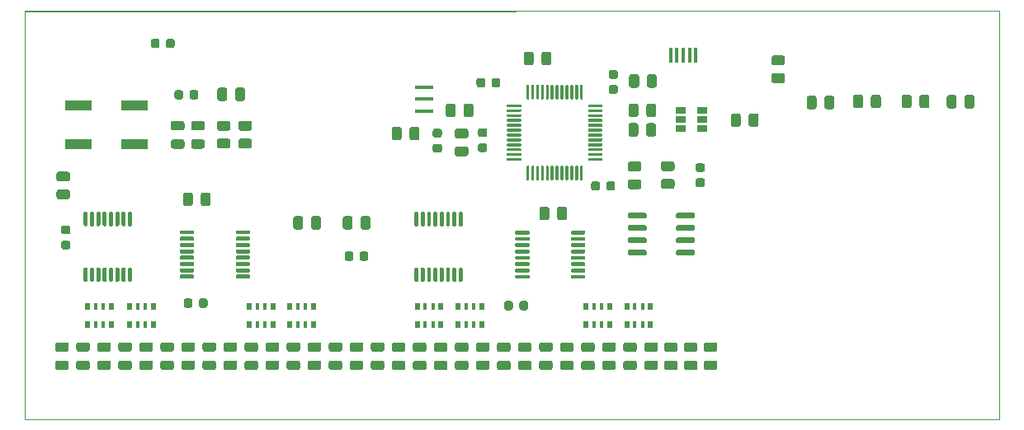
<source format=gbr>
%TF.GenerationSoftware,KiCad,Pcbnew,(5.1.7)-1*%
%TF.CreationDate,2020-10-28T13:08:50+04:00*%
%TF.ProjectId,stm32-home-light,73746d33-322d-4686-9f6d-652d6c696768,rev?*%
%TF.SameCoordinates,Original*%
%TF.FileFunction,Paste,Top*%
%TF.FilePolarity,Positive*%
%FSLAX46Y46*%
G04 Gerber Fmt 4.6, Leading zero omitted, Abs format (unit mm)*
G04 Created by KiCad (PCBNEW (5.1.7)-1) date 2020-10-28 13:08:50*
%MOMM*%
%LPD*%
G01*
G04 APERTURE LIST*
%TA.AperFunction,Profile*%
%ADD10C,0.100000*%
%TD*%
%ADD11R,0.450000X1.500000*%
%ADD12R,2.750000X1.000000*%
%ADD13R,1.900000X0.400000*%
%ADD14R,1.060000X0.650000*%
%ADD15R,0.500000X0.800000*%
%ADD16R,0.400000X0.800000*%
G04 APERTURE END LIST*
D10*
X229760000Y227500000D02*
X229760000Y185500000D01*
X129760000Y227410000D02*
X229760000Y227500000D01*
X129760000Y185500000D02*
X129760000Y227410000D01*
X229760000Y185500000D02*
X129760000Y185500000D01*
X129760000Y185500000D02*
X129760000Y227500000D01*
X129760000Y227500000D02*
X229760000Y227500000D01*
D11*
%TO.C,J3*%
X198598600Y222927400D03*
X195998600Y222927400D03*
X197948600Y222927400D03*
X196648600Y222927400D03*
X197298600Y222927400D03*
%TD*%
%TO.C,R28*%
G36*
G01*
X207502202Y221866400D02*
X206602198Y221866400D01*
G75*
G02*
X206352200Y222116398I0J249998D01*
G01*
X206352200Y222641402D01*
G75*
G02*
X206602198Y222891400I249998J0D01*
G01*
X207502202Y222891400D01*
G75*
G02*
X207752200Y222641402I0J-249998D01*
G01*
X207752200Y222116398D01*
G75*
G02*
X207502202Y221866400I-249998J0D01*
G01*
G37*
G36*
G01*
X207502202Y220041400D02*
X206602198Y220041400D01*
G75*
G02*
X206352200Y220291398I0J249998D01*
G01*
X206352200Y220816402D01*
G75*
G02*
X206602198Y221066400I249998J0D01*
G01*
X207502202Y221066400D01*
G75*
G02*
X207752200Y220816402I0J-249998D01*
G01*
X207752200Y220291398D01*
G75*
G02*
X207502202Y220041400I-249998J0D01*
G01*
G37*
%TD*%
D12*
%TO.C,SW1*%
X135211200Y217751400D03*
X140971200Y217751400D03*
X140971200Y213751400D03*
X135211200Y213751400D03*
%TD*%
%TO.C,R36*%
G36*
G01*
X192785700Y220722602D02*
X192785700Y219822598D01*
G75*
G02*
X192535702Y219572600I-249998J0D01*
G01*
X192010698Y219572600D01*
G75*
G02*
X191760700Y219822598I0J249998D01*
G01*
X191760700Y220722602D01*
G75*
G02*
X192010698Y220972600I249998J0D01*
G01*
X192535702Y220972600D01*
G75*
G02*
X192785700Y220722602I0J-249998D01*
G01*
G37*
G36*
G01*
X194610700Y220722602D02*
X194610700Y219822598D01*
G75*
G02*
X194360702Y219572600I-249998J0D01*
G01*
X193835698Y219572600D01*
G75*
G02*
X193585700Y219822598I0J249998D01*
G01*
X193585700Y220722602D01*
G75*
G02*
X193835698Y220972600I249998J0D01*
G01*
X194360702Y220972600D01*
G75*
G02*
X194610700Y220722602I0J-249998D01*
G01*
G37*
%TD*%
%TO.C,R35*%
G36*
G01*
X152816002Y215158900D02*
X151915998Y215158900D01*
G75*
G02*
X151666000Y215408898I0J249998D01*
G01*
X151666000Y215933902D01*
G75*
G02*
X151915998Y216183900I249998J0D01*
G01*
X152816002Y216183900D01*
G75*
G02*
X153066000Y215933902I0J-249998D01*
G01*
X153066000Y215408898D01*
G75*
G02*
X152816002Y215158900I-249998J0D01*
G01*
G37*
G36*
G01*
X152816002Y213333900D02*
X151915998Y213333900D01*
G75*
G02*
X151666000Y213583898I0J249998D01*
G01*
X151666000Y214108902D01*
G75*
G02*
X151915998Y214358900I249998J0D01*
G01*
X152816002Y214358900D01*
G75*
G02*
X153066000Y214108902I0J-249998D01*
G01*
X153066000Y213583898D01*
G75*
G02*
X152816002Y213333900I-249998J0D01*
G01*
G37*
%TD*%
%TO.C,R32*%
G36*
G01*
X204022500Y215799998D02*
X204022500Y216700002D01*
G75*
G02*
X204272498Y216950000I249998J0D01*
G01*
X204797502Y216950000D01*
G75*
G02*
X205047500Y216700002I0J-249998D01*
G01*
X205047500Y215799998D01*
G75*
G02*
X204797502Y215550000I-249998J0D01*
G01*
X204272498Y215550000D01*
G75*
G02*
X204022500Y215799998I0J249998D01*
G01*
G37*
G36*
G01*
X202197500Y215799998D02*
X202197500Y216700002D01*
G75*
G02*
X202447498Y216950000I249998J0D01*
G01*
X202972502Y216950000D01*
G75*
G02*
X203222500Y216700002I0J-249998D01*
G01*
X203222500Y215799998D01*
G75*
G02*
X202972502Y215550000I-249998J0D01*
G01*
X202447498Y215550000D01*
G75*
G02*
X202197500Y215799998I0J249998D01*
G01*
G37*
%TD*%
%TO.C,R31*%
G36*
G01*
X184365500Y206208198D02*
X184365500Y207108202D01*
G75*
G02*
X184615498Y207358200I249998J0D01*
G01*
X185140502Y207358200D01*
G75*
G02*
X185390500Y207108202I0J-249998D01*
G01*
X185390500Y206208198D01*
G75*
G02*
X185140502Y205958200I-249998J0D01*
G01*
X184615498Y205958200D01*
G75*
G02*
X184365500Y206208198I0J249998D01*
G01*
G37*
G36*
G01*
X182540500Y206208198D02*
X182540500Y207108202D01*
G75*
G02*
X182790498Y207358200I249998J0D01*
G01*
X183315502Y207358200D01*
G75*
G02*
X183565500Y207108202I0J-249998D01*
G01*
X183565500Y206208198D01*
G75*
G02*
X183315502Y205958200I-249998J0D01*
G01*
X182790498Y205958200D01*
G75*
G02*
X182540500Y206208198I0J249998D01*
G01*
G37*
%TD*%
%TO.C,R30*%
G36*
G01*
X221551100Y217714398D02*
X221551100Y218614402D01*
G75*
G02*
X221801098Y218864400I249998J0D01*
G01*
X222326102Y218864400D01*
G75*
G02*
X222576100Y218614402I0J-249998D01*
G01*
X222576100Y217714398D01*
G75*
G02*
X222326102Y217464400I-249998J0D01*
G01*
X221801098Y217464400D01*
G75*
G02*
X221551100Y217714398I0J249998D01*
G01*
G37*
G36*
G01*
X219726100Y217714398D02*
X219726100Y218614402D01*
G75*
G02*
X219976098Y218864400I249998J0D01*
G01*
X220501102Y218864400D01*
G75*
G02*
X220751100Y218614402I0J-249998D01*
G01*
X220751100Y217714398D01*
G75*
G02*
X220501102Y217464400I-249998J0D01*
G01*
X219976098Y217464400D01*
G75*
G02*
X219726100Y217714398I0J249998D01*
G01*
G37*
%TD*%
%TO.C,R29*%
G36*
G01*
X216570800Y217714398D02*
X216570800Y218614402D01*
G75*
G02*
X216820798Y218864400I249998J0D01*
G01*
X217345802Y218864400D01*
G75*
G02*
X217595800Y218614402I0J-249998D01*
G01*
X217595800Y217714398D01*
G75*
G02*
X217345802Y217464400I-249998J0D01*
G01*
X216820798Y217464400D01*
G75*
G02*
X216570800Y217714398I0J249998D01*
G01*
G37*
G36*
G01*
X214745800Y217714398D02*
X214745800Y218614402D01*
G75*
G02*
X214995798Y218864400I249998J0D01*
G01*
X215520802Y218864400D01*
G75*
G02*
X215770800Y218614402I0J-249998D01*
G01*
X215770800Y217714398D01*
G75*
G02*
X215520802Y217464400I-249998J0D01*
G01*
X214995798Y217464400D01*
G75*
G02*
X214745800Y217714398I0J249998D01*
G01*
G37*
%TD*%
%TO.C,R13*%
G36*
G01*
X150522500Y219350002D02*
X150522500Y218449998D01*
G75*
G02*
X150272502Y218200000I-249998J0D01*
G01*
X149747498Y218200000D01*
G75*
G02*
X149497500Y218449998I0J249998D01*
G01*
X149497500Y219350002D01*
G75*
G02*
X149747498Y219600000I249998J0D01*
G01*
X150272502Y219600000D01*
G75*
G02*
X150522500Y219350002I0J-249998D01*
G01*
G37*
G36*
G01*
X152347500Y219350002D02*
X152347500Y218449998D01*
G75*
G02*
X152097502Y218200000I-249998J0D01*
G01*
X151572498Y218200000D01*
G75*
G02*
X151322500Y218449998I0J249998D01*
G01*
X151322500Y219350002D01*
G75*
G02*
X151572498Y219600000I249998J0D01*
G01*
X152097502Y219600000D01*
G75*
G02*
X152347500Y219350002I0J-249998D01*
G01*
G37*
%TD*%
%TO.C,R12*%
G36*
G01*
X134147002Y209926500D02*
X133246998Y209926500D01*
G75*
G02*
X132997000Y210176498I0J249998D01*
G01*
X132997000Y210701502D01*
G75*
G02*
X133246998Y210951500I249998J0D01*
G01*
X134147002Y210951500D01*
G75*
G02*
X134397000Y210701502I0J-249998D01*
G01*
X134397000Y210176498D01*
G75*
G02*
X134147002Y209926500I-249998J0D01*
G01*
G37*
G36*
G01*
X134147002Y208101500D02*
X133246998Y208101500D01*
G75*
G02*
X132997000Y208351498I0J249998D01*
G01*
X132997000Y208876502D01*
G75*
G02*
X133246998Y209126500I249998J0D01*
G01*
X134147002Y209126500D01*
G75*
G02*
X134397000Y208876502I0J-249998D01*
G01*
X134397000Y208351498D01*
G75*
G02*
X134147002Y208101500I-249998J0D01*
G01*
G37*
%TD*%
%TO.C,R8*%
G36*
G01*
X211795600Y217612798D02*
X211795600Y218512802D01*
G75*
G02*
X212045598Y218762800I249998J0D01*
G01*
X212570602Y218762800D01*
G75*
G02*
X212820600Y218512802I0J-249998D01*
G01*
X212820600Y217612798D01*
G75*
G02*
X212570602Y217362800I-249998J0D01*
G01*
X212045598Y217362800D01*
G75*
G02*
X211795600Y217612798I0J249998D01*
G01*
G37*
G36*
G01*
X209970600Y217612798D02*
X209970600Y218512802D01*
G75*
G02*
X210220598Y218762800I249998J0D01*
G01*
X210745602Y218762800D01*
G75*
G02*
X210995600Y218512802I0J-249998D01*
G01*
X210995600Y217612798D01*
G75*
G02*
X210745602Y217362800I-249998J0D01*
G01*
X210220598Y217362800D01*
G75*
G02*
X209970600Y217612798I0J249998D01*
G01*
G37*
%TD*%
%TO.C,R6*%
G36*
G01*
X226170100Y217688998D02*
X226170100Y218589002D01*
G75*
G02*
X226420098Y218839000I249998J0D01*
G01*
X226945102Y218839000D01*
G75*
G02*
X227195100Y218589002I0J-249998D01*
G01*
X227195100Y217688998D01*
G75*
G02*
X226945102Y217439000I-249998J0D01*
G01*
X226420098Y217439000D01*
G75*
G02*
X226170100Y217688998I0J249998D01*
G01*
G37*
G36*
G01*
X224345100Y217688998D02*
X224345100Y218589002D01*
G75*
G02*
X224595098Y218839000I249998J0D01*
G01*
X225120102Y218839000D01*
G75*
G02*
X225370100Y218589002I0J-249998D01*
G01*
X225370100Y217688998D01*
G75*
G02*
X225120102Y217439000I-249998J0D01*
G01*
X224595098Y217439000D01*
G75*
G02*
X224345100Y217688998I0J249998D01*
G01*
G37*
%TD*%
%TO.C,R5*%
G36*
G01*
X169227100Y214412398D02*
X169227100Y215312402D01*
G75*
G02*
X169477098Y215562400I249998J0D01*
G01*
X170002102Y215562400D01*
G75*
G02*
X170252100Y215312402I0J-249998D01*
G01*
X170252100Y214412398D01*
G75*
G02*
X170002102Y214162400I-249998J0D01*
G01*
X169477098Y214162400D01*
G75*
G02*
X169227100Y214412398I0J249998D01*
G01*
G37*
G36*
G01*
X167402100Y214412398D02*
X167402100Y215312402D01*
G75*
G02*
X167652098Y215562400I249998J0D01*
G01*
X168177102Y215562400D01*
G75*
G02*
X168427100Y215312402I0J-249998D01*
G01*
X168427100Y214412398D01*
G75*
G02*
X168177102Y214162400I-249998J0D01*
G01*
X167652098Y214162400D01*
G75*
G02*
X167402100Y214412398I0J249998D01*
G01*
G37*
%TD*%
%TO.C,R4*%
G36*
G01*
X182761500Y222133998D02*
X182761500Y223034002D01*
G75*
G02*
X183011498Y223284000I249998J0D01*
G01*
X183536502Y223284000D01*
G75*
G02*
X183786500Y223034002I0J-249998D01*
G01*
X183786500Y222133998D01*
G75*
G02*
X183536502Y221884000I-249998J0D01*
G01*
X183011498Y221884000D01*
G75*
G02*
X182761500Y222133998I0J249998D01*
G01*
G37*
G36*
G01*
X180936500Y222133998D02*
X180936500Y223034002D01*
G75*
G02*
X181186498Y223284000I249998J0D01*
G01*
X181711502Y223284000D01*
G75*
G02*
X181961500Y223034002I0J-249998D01*
G01*
X181961500Y222133998D01*
G75*
G02*
X181711502Y221884000I-249998J0D01*
G01*
X181186498Y221884000D01*
G75*
G02*
X180936500Y222133998I0J249998D01*
G01*
G37*
%TD*%
%TO.C,R3*%
G36*
G01*
X174115598Y213549900D02*
X175015602Y213549900D01*
G75*
G02*
X175265600Y213299902I0J-249998D01*
G01*
X175265600Y212774898D01*
G75*
G02*
X175015602Y212524900I-249998J0D01*
G01*
X174115598Y212524900D01*
G75*
G02*
X173865600Y212774898I0J249998D01*
G01*
X173865600Y213299902D01*
G75*
G02*
X174115598Y213549900I249998J0D01*
G01*
G37*
G36*
G01*
X174115598Y215374900D02*
X175015602Y215374900D01*
G75*
G02*
X175265600Y215124902I0J-249998D01*
G01*
X175265600Y214599898D01*
G75*
G02*
X175015602Y214349900I-249998J0D01*
G01*
X174115598Y214349900D01*
G75*
G02*
X173865600Y214599898I0J249998D01*
G01*
X173865600Y215124902D01*
G75*
G02*
X174115598Y215374900I249998J0D01*
G01*
G37*
%TD*%
%TO.C,R1*%
G36*
G01*
X150606202Y215158900D02*
X149706198Y215158900D01*
G75*
G02*
X149456200Y215408898I0J249998D01*
G01*
X149456200Y215933902D01*
G75*
G02*
X149706198Y216183900I249998J0D01*
G01*
X150606202Y216183900D01*
G75*
G02*
X150856200Y215933902I0J-249998D01*
G01*
X150856200Y215408898D01*
G75*
G02*
X150606202Y215158900I-249998J0D01*
G01*
G37*
G36*
G01*
X150606202Y213333900D02*
X149706198Y213333900D01*
G75*
G02*
X149456200Y213583898I0J249998D01*
G01*
X149456200Y214108902D01*
G75*
G02*
X149706198Y214358900I249998J0D01*
G01*
X150606202Y214358900D01*
G75*
G02*
X150856200Y214108902I0J-249998D01*
G01*
X150856200Y213583898D01*
G75*
G02*
X150606202Y213333900I-249998J0D01*
G01*
G37*
%TD*%
%TO.C,D3*%
G36*
G01*
X145888050Y215183100D02*
X144975550Y215183100D01*
G75*
G02*
X144731800Y215426850I0J243750D01*
G01*
X144731800Y215914350D01*
G75*
G02*
X144975550Y216158100I243750J0D01*
G01*
X145888050Y216158100D01*
G75*
G02*
X146131800Y215914350I0J-243750D01*
G01*
X146131800Y215426850D01*
G75*
G02*
X145888050Y215183100I-243750J0D01*
G01*
G37*
G36*
G01*
X145888050Y213308100D02*
X144975550Y213308100D01*
G75*
G02*
X144731800Y213551850I0J243750D01*
G01*
X144731800Y214039350D01*
G75*
G02*
X144975550Y214283100I243750J0D01*
G01*
X145888050Y214283100D01*
G75*
G02*
X146131800Y214039350I0J-243750D01*
G01*
X146131800Y213551850D01*
G75*
G02*
X145888050Y213308100I-243750J0D01*
G01*
G37*
%TD*%
%TO.C,D1*%
G36*
G01*
X147970850Y215183100D02*
X147058350Y215183100D01*
G75*
G02*
X146814600Y215426850I0J243750D01*
G01*
X146814600Y215914350D01*
G75*
G02*
X147058350Y216158100I243750J0D01*
G01*
X147970850Y216158100D01*
G75*
G02*
X148214600Y215914350I0J-243750D01*
G01*
X148214600Y215426850D01*
G75*
G02*
X147970850Y215183100I-243750J0D01*
G01*
G37*
G36*
G01*
X147970850Y213308100D02*
X147058350Y213308100D01*
G75*
G02*
X146814600Y213551850I0J243750D01*
G01*
X146814600Y214039350D01*
G75*
G02*
X147058350Y214283100I243750J0D01*
G01*
X147970850Y214283100D01*
G75*
G02*
X148214600Y214039350I0J-243750D01*
G01*
X148214600Y213551850D01*
G75*
G02*
X147970850Y213308100I-243750J0D01*
G01*
G37*
%TD*%
%TO.C,C7*%
G36*
G01*
X146660000Y218600000D02*
X146660000Y219100000D01*
G75*
G02*
X146885000Y219325000I225000J0D01*
G01*
X147335000Y219325000D01*
G75*
G02*
X147560000Y219100000I0J-225000D01*
G01*
X147560000Y218600000D01*
G75*
G02*
X147335000Y218375000I-225000J0D01*
G01*
X146885000Y218375000D01*
G75*
G02*
X146660000Y218600000I0J225000D01*
G01*
G37*
G36*
G01*
X145110000Y218600000D02*
X145110000Y219100000D01*
G75*
G02*
X145335000Y219325000I225000J0D01*
G01*
X145785000Y219325000D01*
G75*
G02*
X146010000Y219100000I0J-225000D01*
G01*
X146010000Y218600000D01*
G75*
G02*
X145785000Y218375000I-225000J0D01*
G01*
X145335000Y218375000D01*
G75*
G02*
X145110000Y218600000I0J225000D01*
G01*
G37*
%TD*%
%TO.C,C6*%
G36*
G01*
X143585000Y224375000D02*
X143585000Y223875000D01*
G75*
G02*
X143360000Y223650000I-225000J0D01*
G01*
X142910000Y223650000D01*
G75*
G02*
X142685000Y223875000I0J225000D01*
G01*
X142685000Y224375000D01*
G75*
G02*
X142910000Y224600000I225000J0D01*
G01*
X143360000Y224600000D01*
G75*
G02*
X143585000Y224375000I0J-225000D01*
G01*
G37*
G36*
G01*
X145135000Y224375000D02*
X145135000Y223875000D01*
G75*
G02*
X144910000Y223650000I-225000J0D01*
G01*
X144460000Y223650000D01*
G75*
G02*
X144235000Y223875000I0J225000D01*
G01*
X144235000Y224375000D01*
G75*
G02*
X144460000Y224600000I225000J0D01*
G01*
X144910000Y224600000D01*
G75*
G02*
X145135000Y224375000I0J-225000D01*
G01*
G37*
%TD*%
%TO.C,C1*%
G36*
G01*
X171826400Y213813200D02*
X172326400Y213813200D01*
G75*
G02*
X172551400Y213588200I0J-225000D01*
G01*
X172551400Y213138200D01*
G75*
G02*
X172326400Y212913200I-225000J0D01*
G01*
X171826400Y212913200D01*
G75*
G02*
X171601400Y213138200I0J225000D01*
G01*
X171601400Y213588200D01*
G75*
G02*
X171826400Y213813200I225000J0D01*
G01*
G37*
G36*
G01*
X171826400Y215363200D02*
X172326400Y215363200D01*
G75*
G02*
X172551400Y215138200I0J-225000D01*
G01*
X172551400Y214688200D01*
G75*
G02*
X172326400Y214463200I-225000J0D01*
G01*
X171826400Y214463200D01*
G75*
G02*
X171601400Y214688200I0J225000D01*
G01*
X171601400Y215138200D01*
G75*
G02*
X171826400Y215363200I225000J0D01*
G01*
G37*
%TD*%
D13*
%TO.C,Y1*%
X170755600Y217193000D03*
X170755600Y218393000D03*
X170755600Y219593000D03*
%TD*%
%TO.C,R7*%
G36*
G01*
X174764300Y216799998D02*
X174764300Y217700002D01*
G75*
G02*
X175014298Y217950000I249998J0D01*
G01*
X175539302Y217950000D01*
G75*
G02*
X175789300Y217700002I0J-249998D01*
G01*
X175789300Y216799998D01*
G75*
G02*
X175539302Y216550000I-249998J0D01*
G01*
X175014298Y216550000D01*
G75*
G02*
X174764300Y216799998I0J249998D01*
G01*
G37*
G36*
G01*
X172939300Y216799998D02*
X172939300Y217700002D01*
G75*
G02*
X173189298Y217950000I249998J0D01*
G01*
X173714302Y217950000D01*
G75*
G02*
X173964300Y217700002I0J-249998D01*
G01*
X173964300Y216799998D01*
G75*
G02*
X173714302Y216550000I-249998J0D01*
G01*
X173189298Y216550000D01*
G75*
G02*
X172939300Y216799998I0J249998D01*
G01*
G37*
%TD*%
%TO.C,C5*%
G36*
G01*
X189885800Y219846000D02*
X190385800Y219846000D01*
G75*
G02*
X190610800Y219621000I0J-225000D01*
G01*
X190610800Y219171000D01*
G75*
G02*
X190385800Y218946000I-225000J0D01*
G01*
X189885800Y218946000D01*
G75*
G02*
X189660800Y219171000I0J225000D01*
G01*
X189660800Y219621000D01*
G75*
G02*
X189885800Y219846000I225000J0D01*
G01*
G37*
G36*
G01*
X189885800Y221396000D02*
X190385800Y221396000D01*
G75*
G02*
X190610800Y221171000I0J-225000D01*
G01*
X190610800Y220721000D01*
G75*
G02*
X190385800Y220496000I-225000J0D01*
G01*
X189885800Y220496000D01*
G75*
G02*
X189660800Y220721000I0J225000D01*
G01*
X189660800Y221171000D01*
G75*
G02*
X189885800Y221396000I225000J0D01*
G01*
G37*
%TD*%
%TO.C,C4*%
G36*
G01*
X188769400Y209727600D02*
X188769400Y209227600D01*
G75*
G02*
X188544400Y209002600I-225000J0D01*
G01*
X188094400Y209002600D01*
G75*
G02*
X187869400Y209227600I0J225000D01*
G01*
X187869400Y209727600D01*
G75*
G02*
X188094400Y209952600I225000J0D01*
G01*
X188544400Y209952600D01*
G75*
G02*
X188769400Y209727600I0J-225000D01*
G01*
G37*
G36*
G01*
X190319400Y209727600D02*
X190319400Y209227600D01*
G75*
G02*
X190094400Y209002600I-225000J0D01*
G01*
X189644400Y209002600D01*
G75*
G02*
X189419400Y209227600I0J225000D01*
G01*
X189419400Y209727600D01*
G75*
G02*
X189644400Y209952600I225000J0D01*
G01*
X190094400Y209952600D01*
G75*
G02*
X190319400Y209727600I0J-225000D01*
G01*
G37*
%TD*%
%TO.C,C3*%
G36*
G01*
X176996200Y220344800D02*
X176996200Y219844800D01*
G75*
G02*
X176771200Y219619800I-225000J0D01*
G01*
X176321200Y219619800D01*
G75*
G02*
X176096200Y219844800I0J225000D01*
G01*
X176096200Y220344800D01*
G75*
G02*
X176321200Y220569800I225000J0D01*
G01*
X176771200Y220569800D01*
G75*
G02*
X176996200Y220344800I0J-225000D01*
G01*
G37*
G36*
G01*
X178546200Y220344800D02*
X178546200Y219844800D01*
G75*
G02*
X178321200Y219619800I-225000J0D01*
G01*
X177871200Y219619800D01*
G75*
G02*
X177646200Y219844800I0J225000D01*
G01*
X177646200Y220344800D01*
G75*
G02*
X177871200Y220569800I225000J0D01*
G01*
X178321200Y220569800D01*
G75*
G02*
X178546200Y220344800I0J-225000D01*
G01*
G37*
%TD*%
%TO.C,C2*%
G36*
G01*
X176974600Y214514000D02*
X176474600Y214514000D01*
G75*
G02*
X176249600Y214739000I0J225000D01*
G01*
X176249600Y215189000D01*
G75*
G02*
X176474600Y215414000I225000J0D01*
G01*
X176974600Y215414000D01*
G75*
G02*
X177199600Y215189000I0J-225000D01*
G01*
X177199600Y214739000D01*
G75*
G02*
X176974600Y214514000I-225000J0D01*
G01*
G37*
G36*
G01*
X176974600Y212964000D02*
X176474600Y212964000D01*
G75*
G02*
X176249600Y213189000I0J225000D01*
G01*
X176249600Y213639000D01*
G75*
G02*
X176474600Y213864000I225000J0D01*
G01*
X176974600Y213864000D01*
G75*
G02*
X177199600Y213639000I0J-225000D01*
G01*
X177199600Y213189000D01*
G75*
G02*
X176974600Y212964000I-225000J0D01*
G01*
G37*
%TD*%
%TO.C,U4*%
G36*
G01*
X196574600Y206279600D02*
X196574600Y206579600D01*
G75*
G02*
X196724600Y206729600I150000J0D01*
G01*
X198374600Y206729600D01*
G75*
G02*
X198524600Y206579600I0J-150000D01*
G01*
X198524600Y206279600D01*
G75*
G02*
X198374600Y206129600I-150000J0D01*
G01*
X196724600Y206129600D01*
G75*
G02*
X196574600Y206279600I0J150000D01*
G01*
G37*
G36*
G01*
X196574600Y205009600D02*
X196574600Y205309600D01*
G75*
G02*
X196724600Y205459600I150000J0D01*
G01*
X198374600Y205459600D01*
G75*
G02*
X198524600Y205309600I0J-150000D01*
G01*
X198524600Y205009600D01*
G75*
G02*
X198374600Y204859600I-150000J0D01*
G01*
X196724600Y204859600D01*
G75*
G02*
X196574600Y205009600I0J150000D01*
G01*
G37*
G36*
G01*
X196574600Y203739600D02*
X196574600Y204039600D01*
G75*
G02*
X196724600Y204189600I150000J0D01*
G01*
X198374600Y204189600D01*
G75*
G02*
X198524600Y204039600I0J-150000D01*
G01*
X198524600Y203739600D01*
G75*
G02*
X198374600Y203589600I-150000J0D01*
G01*
X196724600Y203589600D01*
G75*
G02*
X196574600Y203739600I0J150000D01*
G01*
G37*
G36*
G01*
X196574600Y202469600D02*
X196574600Y202769600D01*
G75*
G02*
X196724600Y202919600I150000J0D01*
G01*
X198374600Y202919600D01*
G75*
G02*
X198524600Y202769600I0J-150000D01*
G01*
X198524600Y202469600D01*
G75*
G02*
X198374600Y202319600I-150000J0D01*
G01*
X196724600Y202319600D01*
G75*
G02*
X196574600Y202469600I0J150000D01*
G01*
G37*
G36*
G01*
X191624600Y202469600D02*
X191624600Y202769600D01*
G75*
G02*
X191774600Y202919600I150000J0D01*
G01*
X193424600Y202919600D01*
G75*
G02*
X193574600Y202769600I0J-150000D01*
G01*
X193574600Y202469600D01*
G75*
G02*
X193424600Y202319600I-150000J0D01*
G01*
X191774600Y202319600D01*
G75*
G02*
X191624600Y202469600I0J150000D01*
G01*
G37*
G36*
G01*
X191624600Y203739600D02*
X191624600Y204039600D01*
G75*
G02*
X191774600Y204189600I150000J0D01*
G01*
X193424600Y204189600D01*
G75*
G02*
X193574600Y204039600I0J-150000D01*
G01*
X193574600Y203739600D01*
G75*
G02*
X193424600Y203589600I-150000J0D01*
G01*
X191774600Y203589600D01*
G75*
G02*
X191624600Y203739600I0J150000D01*
G01*
G37*
G36*
G01*
X191624600Y205009600D02*
X191624600Y205309600D01*
G75*
G02*
X191774600Y205459600I150000J0D01*
G01*
X193424600Y205459600D01*
G75*
G02*
X193574600Y205309600I0J-150000D01*
G01*
X193574600Y205009600D01*
G75*
G02*
X193424600Y204859600I-150000J0D01*
G01*
X191774600Y204859600D01*
G75*
G02*
X191624600Y205009600I0J150000D01*
G01*
G37*
G36*
G01*
X191624600Y206279600D02*
X191624600Y206579600D01*
G75*
G02*
X191774600Y206729600I150000J0D01*
G01*
X193424600Y206729600D01*
G75*
G02*
X193574600Y206579600I0J-150000D01*
G01*
X193574600Y206279600D01*
G75*
G02*
X193424600Y206129600I-150000J0D01*
G01*
X191774600Y206129600D01*
G75*
G02*
X191624600Y206279600I0J150000D01*
G01*
G37*
%TD*%
%TO.C,R34*%
G36*
G01*
X195273798Y210197100D02*
X196173802Y210197100D01*
G75*
G02*
X196423800Y209947102I0J-249998D01*
G01*
X196423800Y209422098D01*
G75*
G02*
X196173802Y209172100I-249998J0D01*
G01*
X195273798Y209172100D01*
G75*
G02*
X195023800Y209422098I0J249998D01*
G01*
X195023800Y209947102D01*
G75*
G02*
X195273798Y210197100I249998J0D01*
G01*
G37*
G36*
G01*
X195273798Y212022100D02*
X196173802Y212022100D01*
G75*
G02*
X196423800Y211772102I0J-249998D01*
G01*
X196423800Y211247098D01*
G75*
G02*
X196173802Y210997100I-249998J0D01*
G01*
X195273798Y210997100D01*
G75*
G02*
X195023800Y211247098I0J249998D01*
G01*
X195023800Y211772102D01*
G75*
G02*
X195273798Y212022100I249998J0D01*
G01*
G37*
%TD*%
%TO.C,R33*%
G36*
G01*
X191870198Y210171700D02*
X192770202Y210171700D01*
G75*
G02*
X193020200Y209921702I0J-249998D01*
G01*
X193020200Y209396698D01*
G75*
G02*
X192770202Y209146700I-249998J0D01*
G01*
X191870198Y209146700D01*
G75*
G02*
X191620200Y209396698I0J249998D01*
G01*
X191620200Y209921702D01*
G75*
G02*
X191870198Y210171700I249998J0D01*
G01*
G37*
G36*
G01*
X191870198Y211996700D02*
X192770202Y211996700D01*
G75*
G02*
X193020200Y211746702I0J-249998D01*
G01*
X193020200Y211221698D01*
G75*
G02*
X192770202Y210971700I-249998J0D01*
G01*
X191870198Y210971700D01*
G75*
G02*
X191620200Y211221698I0J249998D01*
G01*
X191620200Y211746702D01*
G75*
G02*
X191870198Y211996700I249998J0D01*
G01*
G37*
%TD*%
%TO.C,C12*%
G36*
G01*
X198801200Y210270200D02*
X199301200Y210270200D01*
G75*
G02*
X199526200Y210045200I0J-225000D01*
G01*
X199526200Y209595200D01*
G75*
G02*
X199301200Y209370200I-225000J0D01*
G01*
X198801200Y209370200D01*
G75*
G02*
X198576200Y209595200I0J225000D01*
G01*
X198576200Y210045200D01*
G75*
G02*
X198801200Y210270200I225000J0D01*
G01*
G37*
G36*
G01*
X198801200Y211820200D02*
X199301200Y211820200D01*
G75*
G02*
X199526200Y211595200I0J-225000D01*
G01*
X199526200Y211145200D01*
G75*
G02*
X199301200Y210920200I-225000J0D01*
G01*
X198801200Y210920200D01*
G75*
G02*
X198576200Y211145200I0J225000D01*
G01*
X198576200Y211595200D01*
G75*
G02*
X198801200Y211820200I225000J0D01*
G01*
G37*
%TD*%
D14*
%TO.C,U5*%
X197070000Y216325400D03*
X197070000Y215375400D03*
X197070000Y217275400D03*
X199270000Y217275400D03*
X199270000Y216325400D03*
X199270000Y215375400D03*
%TD*%
%TO.C,R38*%
G36*
G01*
X193505700Y214793398D02*
X193505700Y215693402D01*
G75*
G02*
X193755698Y215943400I249998J0D01*
G01*
X194280702Y215943400D01*
G75*
G02*
X194530700Y215693402I0J-249998D01*
G01*
X194530700Y214793398D01*
G75*
G02*
X194280702Y214543400I-249998J0D01*
G01*
X193755698Y214543400D01*
G75*
G02*
X193505700Y214793398I0J249998D01*
G01*
G37*
G36*
G01*
X191680700Y214793398D02*
X191680700Y215693402D01*
G75*
G02*
X191930698Y215943400I249998J0D01*
G01*
X192455702Y215943400D01*
G75*
G02*
X192705700Y215693402I0J-249998D01*
G01*
X192705700Y214793398D01*
G75*
G02*
X192455702Y214543400I-249998J0D01*
G01*
X191930698Y214543400D01*
G75*
G02*
X191680700Y214793398I0J249998D01*
G01*
G37*
%TD*%
%TO.C,R37*%
G36*
G01*
X193509500Y216799998D02*
X193509500Y217700002D01*
G75*
G02*
X193759498Y217950000I249998J0D01*
G01*
X194284502Y217950000D01*
G75*
G02*
X194534500Y217700002I0J-249998D01*
G01*
X194534500Y216799998D01*
G75*
G02*
X194284502Y216550000I-249998J0D01*
G01*
X193759498Y216550000D01*
G75*
G02*
X193509500Y216799998I0J249998D01*
G01*
G37*
G36*
G01*
X191684500Y216799998D02*
X191684500Y217700002D01*
G75*
G02*
X191934498Y217950000I249998J0D01*
G01*
X192459502Y217950000D01*
G75*
G02*
X192709500Y217700002I0J-249998D01*
G01*
X192709500Y216799998D01*
G75*
G02*
X192459502Y216550000I-249998J0D01*
G01*
X191934498Y216550000D01*
G75*
G02*
X191684500Y216799998I0J249998D01*
G01*
G37*
%TD*%
D15*
%TO.C,RN1*%
X138599000Y197057000D03*
D16*
X136999000Y197057000D03*
X137799000Y197057000D03*
D15*
X136199000Y197057000D03*
D16*
X137799000Y195257000D03*
D15*
X138599000Y195257000D03*
D16*
X136999000Y195257000D03*
D15*
X136199000Y195257000D03*
%TD*%
%TO.C,RN2*%
X142917000Y197057000D03*
D16*
X141317000Y197057000D03*
X142117000Y197057000D03*
D15*
X140517000Y197057000D03*
D16*
X142117000Y195257000D03*
D15*
X142917000Y195257000D03*
D16*
X141317000Y195257000D03*
D15*
X140517000Y195257000D03*
%TD*%
%TO.C,RN3*%
X155217000Y197057000D03*
D16*
X153617000Y197057000D03*
X154417000Y197057000D03*
D15*
X152817000Y197057000D03*
D16*
X154417000Y195257000D03*
D15*
X155217000Y195257000D03*
D16*
X153617000Y195257000D03*
D15*
X152817000Y195257000D03*
%TD*%
%TO.C,RN4*%
X159338000Y197057000D03*
D16*
X157738000Y197057000D03*
X158538000Y197057000D03*
D15*
X156938000Y197057000D03*
D16*
X158538000Y195257000D03*
D15*
X159338000Y195257000D03*
D16*
X157738000Y195257000D03*
D15*
X156938000Y195257000D03*
%TD*%
%TO.C,RN5*%
X172419000Y197057000D03*
D16*
X170819000Y197057000D03*
X171619000Y197057000D03*
D15*
X170019000Y197057000D03*
D16*
X171619000Y195257000D03*
D15*
X172419000Y195257000D03*
D16*
X170819000Y195257000D03*
D15*
X170019000Y195257000D03*
%TD*%
%TO.C,RN6*%
X176610000Y197057000D03*
D16*
X175010000Y197057000D03*
X175810000Y197057000D03*
D15*
X174210000Y197057000D03*
D16*
X175810000Y195257000D03*
D15*
X176610000Y195257000D03*
D16*
X175010000Y195257000D03*
D15*
X174210000Y195257000D03*
%TD*%
%TO.C,RN7*%
X189761000Y197068000D03*
D16*
X188161000Y197068000D03*
X188961000Y197068000D03*
D15*
X187361000Y197068000D03*
D16*
X188961000Y195268000D03*
D15*
X189761000Y195268000D03*
D16*
X188161000Y195268000D03*
D15*
X187361000Y195268000D03*
%TD*%
%TO.C,RN8*%
X193952000Y197068000D03*
D16*
X192352000Y197068000D03*
X193152000Y197068000D03*
D15*
X191552000Y197068000D03*
D16*
X193152000Y195268000D03*
D15*
X193952000Y195268000D03*
D16*
X192352000Y195268000D03*
D15*
X191552000Y195268000D03*
%TD*%
%TO.C,R11*%
G36*
G01*
X159116000Y205242998D02*
X159116000Y206143002D01*
G75*
G02*
X159365998Y206393000I249998J0D01*
G01*
X159891002Y206393000D01*
G75*
G02*
X160141000Y206143002I0J-249998D01*
G01*
X160141000Y205242998D01*
G75*
G02*
X159891002Y204993000I-249998J0D01*
G01*
X159365998Y204993000D01*
G75*
G02*
X159116000Y205242998I0J249998D01*
G01*
G37*
G36*
G01*
X157291000Y205242998D02*
X157291000Y206143002D01*
G75*
G02*
X157540998Y206393000I249998J0D01*
G01*
X158066002Y206393000D01*
G75*
G02*
X158316000Y206143002I0J-249998D01*
G01*
X158316000Y205242998D01*
G75*
G02*
X158066002Y204993000I-249998J0D01*
G01*
X157540998Y204993000D01*
G75*
G02*
X157291000Y205242998I0J249998D01*
G01*
G37*
%TD*%
%TO.C,R10*%
G36*
G01*
X164196000Y205242998D02*
X164196000Y206143002D01*
G75*
G02*
X164445998Y206393000I249998J0D01*
G01*
X164971002Y206393000D01*
G75*
G02*
X165221000Y206143002I0J-249998D01*
G01*
X165221000Y205242998D01*
G75*
G02*
X164971002Y204993000I-249998J0D01*
G01*
X164445998Y204993000D01*
G75*
G02*
X164196000Y205242998I0J249998D01*
G01*
G37*
G36*
G01*
X162371000Y205242998D02*
X162371000Y206143002D01*
G75*
G02*
X162620998Y206393000I249998J0D01*
G01*
X163146002Y206393000D01*
G75*
G02*
X163396000Y206143002I0J-249998D01*
G01*
X163396000Y205242998D01*
G75*
G02*
X163146002Y204993000I-249998J0D01*
G01*
X162620998Y204993000D01*
G75*
G02*
X162371000Y205242998I0J249998D01*
G01*
G37*
%TD*%
%TO.C,R9*%
G36*
G01*
X146989500Y208556002D02*
X146989500Y207655998D01*
G75*
G02*
X146739502Y207406000I-249998J0D01*
G01*
X146214498Y207406000D01*
G75*
G02*
X145964500Y207655998I0J249998D01*
G01*
X145964500Y208556002D01*
G75*
G02*
X146214498Y208806000I249998J0D01*
G01*
X146739502Y208806000D01*
G75*
G02*
X146989500Y208556002I0J-249998D01*
G01*
G37*
G36*
G01*
X148814500Y208556002D02*
X148814500Y207655998D01*
G75*
G02*
X148564502Y207406000I-249998J0D01*
G01*
X148039498Y207406000D01*
G75*
G02*
X147789500Y207655998I0J249998D01*
G01*
X147789500Y208556002D01*
G75*
G02*
X148039498Y208806000I249998J0D01*
G01*
X148564502Y208806000D01*
G75*
G02*
X148814500Y208556002I0J-249998D01*
G01*
G37*
%TD*%
%TO.C,C11*%
G36*
G01*
X180491000Y196934000D02*
X180491000Y197434000D01*
G75*
G02*
X180716000Y197659000I225000J0D01*
G01*
X181166000Y197659000D01*
G75*
G02*
X181391000Y197434000I0J-225000D01*
G01*
X181391000Y196934000D01*
G75*
G02*
X181166000Y196709000I-225000J0D01*
G01*
X180716000Y196709000D01*
G75*
G02*
X180491000Y196934000I0J225000D01*
G01*
G37*
G36*
G01*
X178941000Y196934000D02*
X178941000Y197434000D01*
G75*
G02*
X179166000Y197659000I225000J0D01*
G01*
X179616000Y197659000D01*
G75*
G02*
X179841000Y197434000I0J-225000D01*
G01*
X179841000Y196934000D01*
G75*
G02*
X179616000Y196709000I-225000J0D01*
G01*
X179166000Y196709000D01*
G75*
G02*
X178941000Y196934000I0J225000D01*
G01*
G37*
%TD*%
%TO.C,C10*%
G36*
G01*
X164108000Y202014000D02*
X164108000Y202514000D01*
G75*
G02*
X164333000Y202739000I225000J0D01*
G01*
X164783000Y202739000D01*
G75*
G02*
X165008000Y202514000I0J-225000D01*
G01*
X165008000Y202014000D01*
G75*
G02*
X164783000Y201789000I-225000J0D01*
G01*
X164333000Y201789000D01*
G75*
G02*
X164108000Y202014000I0J225000D01*
G01*
G37*
G36*
G01*
X162558000Y202014000D02*
X162558000Y202514000D01*
G75*
G02*
X162783000Y202739000I225000J0D01*
G01*
X163233000Y202739000D01*
G75*
G02*
X163458000Y202514000I0J-225000D01*
G01*
X163458000Y202014000D01*
G75*
G02*
X163233000Y201789000I-225000J0D01*
G01*
X162783000Y201789000D01*
G75*
G02*
X162558000Y202014000I0J225000D01*
G01*
G37*
%TD*%
%TO.C,C9*%
G36*
G01*
X147611000Y197188000D02*
X147611000Y197688000D01*
G75*
G02*
X147836000Y197913000I225000J0D01*
G01*
X148286000Y197913000D01*
G75*
G02*
X148511000Y197688000I0J-225000D01*
G01*
X148511000Y197188000D01*
G75*
G02*
X148286000Y196963000I-225000J0D01*
G01*
X147836000Y196963000D01*
G75*
G02*
X147611000Y197188000I0J225000D01*
G01*
G37*
G36*
G01*
X146061000Y197188000D02*
X146061000Y197688000D01*
G75*
G02*
X146286000Y197913000I225000J0D01*
G01*
X146736000Y197913000D01*
G75*
G02*
X146961000Y197688000I0J-225000D01*
G01*
X146961000Y197188000D01*
G75*
G02*
X146736000Y196963000I-225000J0D01*
G01*
X146286000Y196963000D01*
G75*
G02*
X146061000Y197188000I0J225000D01*
G01*
G37*
%TD*%
%TO.C,C8*%
G36*
G01*
X134201000Y204507000D02*
X133701000Y204507000D01*
G75*
G02*
X133476000Y204732000I0J225000D01*
G01*
X133476000Y205182000D01*
G75*
G02*
X133701000Y205407000I225000J0D01*
G01*
X134201000Y205407000D01*
G75*
G02*
X134426000Y205182000I0J-225000D01*
G01*
X134426000Y204732000D01*
G75*
G02*
X134201000Y204507000I-225000J0D01*
G01*
G37*
G36*
G01*
X134201000Y202957000D02*
X133701000Y202957000D01*
G75*
G02*
X133476000Y203182000I0J225000D01*
G01*
X133476000Y203632000D01*
G75*
G02*
X133701000Y203857000I225000J0D01*
G01*
X134201000Y203857000D01*
G75*
G02*
X134426000Y203632000I0J-225000D01*
G01*
X134426000Y203182000D01*
G75*
G02*
X134201000Y202957000I-225000J0D01*
G01*
G37*
%TD*%
%TO.C,U7*%
G36*
G01*
X181551500Y200242000D02*
X181551500Y200042000D01*
G75*
G02*
X181451500Y199942000I-100000J0D01*
G01*
X180176500Y199942000D01*
G75*
G02*
X180076500Y200042000I0J100000D01*
G01*
X180076500Y200242000D01*
G75*
G02*
X180176500Y200342000I100000J0D01*
G01*
X181451500Y200342000D01*
G75*
G02*
X181551500Y200242000I0J-100000D01*
G01*
G37*
G36*
G01*
X181551500Y200892000D02*
X181551500Y200692000D01*
G75*
G02*
X181451500Y200592000I-100000J0D01*
G01*
X180176500Y200592000D01*
G75*
G02*
X180076500Y200692000I0J100000D01*
G01*
X180076500Y200892000D01*
G75*
G02*
X180176500Y200992000I100000J0D01*
G01*
X181451500Y200992000D01*
G75*
G02*
X181551500Y200892000I0J-100000D01*
G01*
G37*
G36*
G01*
X181551500Y201542000D02*
X181551500Y201342000D01*
G75*
G02*
X181451500Y201242000I-100000J0D01*
G01*
X180176500Y201242000D01*
G75*
G02*
X180076500Y201342000I0J100000D01*
G01*
X180076500Y201542000D01*
G75*
G02*
X180176500Y201642000I100000J0D01*
G01*
X181451500Y201642000D01*
G75*
G02*
X181551500Y201542000I0J-100000D01*
G01*
G37*
G36*
G01*
X181551500Y202192000D02*
X181551500Y201992000D01*
G75*
G02*
X181451500Y201892000I-100000J0D01*
G01*
X180176500Y201892000D01*
G75*
G02*
X180076500Y201992000I0J100000D01*
G01*
X180076500Y202192000D01*
G75*
G02*
X180176500Y202292000I100000J0D01*
G01*
X181451500Y202292000D01*
G75*
G02*
X181551500Y202192000I0J-100000D01*
G01*
G37*
G36*
G01*
X181551500Y202842000D02*
X181551500Y202642000D01*
G75*
G02*
X181451500Y202542000I-100000J0D01*
G01*
X180176500Y202542000D01*
G75*
G02*
X180076500Y202642000I0J100000D01*
G01*
X180076500Y202842000D01*
G75*
G02*
X180176500Y202942000I100000J0D01*
G01*
X181451500Y202942000D01*
G75*
G02*
X181551500Y202842000I0J-100000D01*
G01*
G37*
G36*
G01*
X181551500Y203492000D02*
X181551500Y203292000D01*
G75*
G02*
X181451500Y203192000I-100000J0D01*
G01*
X180176500Y203192000D01*
G75*
G02*
X180076500Y203292000I0J100000D01*
G01*
X180076500Y203492000D01*
G75*
G02*
X180176500Y203592000I100000J0D01*
G01*
X181451500Y203592000D01*
G75*
G02*
X181551500Y203492000I0J-100000D01*
G01*
G37*
G36*
G01*
X181551500Y204142000D02*
X181551500Y203942000D01*
G75*
G02*
X181451500Y203842000I-100000J0D01*
G01*
X180176500Y203842000D01*
G75*
G02*
X180076500Y203942000I0J100000D01*
G01*
X180076500Y204142000D01*
G75*
G02*
X180176500Y204242000I100000J0D01*
G01*
X181451500Y204242000D01*
G75*
G02*
X181551500Y204142000I0J-100000D01*
G01*
G37*
G36*
G01*
X181551500Y204792000D02*
X181551500Y204592000D01*
G75*
G02*
X181451500Y204492000I-100000J0D01*
G01*
X180176500Y204492000D01*
G75*
G02*
X180076500Y204592000I0J100000D01*
G01*
X180076500Y204792000D01*
G75*
G02*
X180176500Y204892000I100000J0D01*
G01*
X181451500Y204892000D01*
G75*
G02*
X181551500Y204792000I0J-100000D01*
G01*
G37*
G36*
G01*
X187276500Y204792000D02*
X187276500Y204592000D01*
G75*
G02*
X187176500Y204492000I-100000J0D01*
G01*
X185901500Y204492000D01*
G75*
G02*
X185801500Y204592000I0J100000D01*
G01*
X185801500Y204792000D01*
G75*
G02*
X185901500Y204892000I100000J0D01*
G01*
X187176500Y204892000D01*
G75*
G02*
X187276500Y204792000I0J-100000D01*
G01*
G37*
G36*
G01*
X187276500Y204142000D02*
X187276500Y203942000D01*
G75*
G02*
X187176500Y203842000I-100000J0D01*
G01*
X185901500Y203842000D01*
G75*
G02*
X185801500Y203942000I0J100000D01*
G01*
X185801500Y204142000D01*
G75*
G02*
X185901500Y204242000I100000J0D01*
G01*
X187176500Y204242000D01*
G75*
G02*
X187276500Y204142000I0J-100000D01*
G01*
G37*
G36*
G01*
X187276500Y203492000D02*
X187276500Y203292000D01*
G75*
G02*
X187176500Y203192000I-100000J0D01*
G01*
X185901500Y203192000D01*
G75*
G02*
X185801500Y203292000I0J100000D01*
G01*
X185801500Y203492000D01*
G75*
G02*
X185901500Y203592000I100000J0D01*
G01*
X187176500Y203592000D01*
G75*
G02*
X187276500Y203492000I0J-100000D01*
G01*
G37*
G36*
G01*
X187276500Y202842000D02*
X187276500Y202642000D01*
G75*
G02*
X187176500Y202542000I-100000J0D01*
G01*
X185901500Y202542000D01*
G75*
G02*
X185801500Y202642000I0J100000D01*
G01*
X185801500Y202842000D01*
G75*
G02*
X185901500Y202942000I100000J0D01*
G01*
X187176500Y202942000D01*
G75*
G02*
X187276500Y202842000I0J-100000D01*
G01*
G37*
G36*
G01*
X187276500Y202192000D02*
X187276500Y201992000D01*
G75*
G02*
X187176500Y201892000I-100000J0D01*
G01*
X185901500Y201892000D01*
G75*
G02*
X185801500Y201992000I0J100000D01*
G01*
X185801500Y202192000D01*
G75*
G02*
X185901500Y202292000I100000J0D01*
G01*
X187176500Y202292000D01*
G75*
G02*
X187276500Y202192000I0J-100000D01*
G01*
G37*
G36*
G01*
X187276500Y201542000D02*
X187276500Y201342000D01*
G75*
G02*
X187176500Y201242000I-100000J0D01*
G01*
X185901500Y201242000D01*
G75*
G02*
X185801500Y201342000I0J100000D01*
G01*
X185801500Y201542000D01*
G75*
G02*
X185901500Y201642000I100000J0D01*
G01*
X187176500Y201642000D01*
G75*
G02*
X187276500Y201542000I0J-100000D01*
G01*
G37*
G36*
G01*
X187276500Y200892000D02*
X187276500Y200692000D01*
G75*
G02*
X187176500Y200592000I-100000J0D01*
G01*
X185901500Y200592000D01*
G75*
G02*
X185801500Y200692000I0J100000D01*
G01*
X185801500Y200892000D01*
G75*
G02*
X185901500Y200992000I100000J0D01*
G01*
X187176500Y200992000D01*
G75*
G02*
X187276500Y200892000I0J-100000D01*
G01*
G37*
G36*
G01*
X187276500Y200242000D02*
X187276500Y200042000D01*
G75*
G02*
X187176500Y199942000I-100000J0D01*
G01*
X185901500Y199942000D01*
G75*
G02*
X185801500Y200042000I0J100000D01*
G01*
X185801500Y200242000D01*
G75*
G02*
X185901500Y200342000I100000J0D01*
G01*
X187176500Y200342000D01*
G75*
G02*
X187276500Y200242000I0J-100000D01*
G01*
G37*
%TD*%
%TO.C,U6*%
G36*
G01*
X170029000Y205336500D02*
X169829000Y205336500D01*
G75*
G02*
X169729000Y205436500I0J100000D01*
G01*
X169729000Y206711500D01*
G75*
G02*
X169829000Y206811500I100000J0D01*
G01*
X170029000Y206811500D01*
G75*
G02*
X170129000Y206711500I0J-100000D01*
G01*
X170129000Y205436500D01*
G75*
G02*
X170029000Y205336500I-100000J0D01*
G01*
G37*
G36*
G01*
X170679000Y205336500D02*
X170479000Y205336500D01*
G75*
G02*
X170379000Y205436500I0J100000D01*
G01*
X170379000Y206711500D01*
G75*
G02*
X170479000Y206811500I100000J0D01*
G01*
X170679000Y206811500D01*
G75*
G02*
X170779000Y206711500I0J-100000D01*
G01*
X170779000Y205436500D01*
G75*
G02*
X170679000Y205336500I-100000J0D01*
G01*
G37*
G36*
G01*
X171329000Y205336500D02*
X171129000Y205336500D01*
G75*
G02*
X171029000Y205436500I0J100000D01*
G01*
X171029000Y206711500D01*
G75*
G02*
X171129000Y206811500I100000J0D01*
G01*
X171329000Y206811500D01*
G75*
G02*
X171429000Y206711500I0J-100000D01*
G01*
X171429000Y205436500D01*
G75*
G02*
X171329000Y205336500I-100000J0D01*
G01*
G37*
G36*
G01*
X171979000Y205336500D02*
X171779000Y205336500D01*
G75*
G02*
X171679000Y205436500I0J100000D01*
G01*
X171679000Y206711500D01*
G75*
G02*
X171779000Y206811500I100000J0D01*
G01*
X171979000Y206811500D01*
G75*
G02*
X172079000Y206711500I0J-100000D01*
G01*
X172079000Y205436500D01*
G75*
G02*
X171979000Y205336500I-100000J0D01*
G01*
G37*
G36*
G01*
X172629000Y205336500D02*
X172429000Y205336500D01*
G75*
G02*
X172329000Y205436500I0J100000D01*
G01*
X172329000Y206711500D01*
G75*
G02*
X172429000Y206811500I100000J0D01*
G01*
X172629000Y206811500D01*
G75*
G02*
X172729000Y206711500I0J-100000D01*
G01*
X172729000Y205436500D01*
G75*
G02*
X172629000Y205336500I-100000J0D01*
G01*
G37*
G36*
G01*
X173279000Y205336500D02*
X173079000Y205336500D01*
G75*
G02*
X172979000Y205436500I0J100000D01*
G01*
X172979000Y206711500D01*
G75*
G02*
X173079000Y206811500I100000J0D01*
G01*
X173279000Y206811500D01*
G75*
G02*
X173379000Y206711500I0J-100000D01*
G01*
X173379000Y205436500D01*
G75*
G02*
X173279000Y205336500I-100000J0D01*
G01*
G37*
G36*
G01*
X173929000Y205336500D02*
X173729000Y205336500D01*
G75*
G02*
X173629000Y205436500I0J100000D01*
G01*
X173629000Y206711500D01*
G75*
G02*
X173729000Y206811500I100000J0D01*
G01*
X173929000Y206811500D01*
G75*
G02*
X174029000Y206711500I0J-100000D01*
G01*
X174029000Y205436500D01*
G75*
G02*
X173929000Y205336500I-100000J0D01*
G01*
G37*
G36*
G01*
X174579000Y205336500D02*
X174379000Y205336500D01*
G75*
G02*
X174279000Y205436500I0J100000D01*
G01*
X174279000Y206711500D01*
G75*
G02*
X174379000Y206811500I100000J0D01*
G01*
X174579000Y206811500D01*
G75*
G02*
X174679000Y206711500I0J-100000D01*
G01*
X174679000Y205436500D01*
G75*
G02*
X174579000Y205336500I-100000J0D01*
G01*
G37*
G36*
G01*
X174579000Y199611500D02*
X174379000Y199611500D01*
G75*
G02*
X174279000Y199711500I0J100000D01*
G01*
X174279000Y200986500D01*
G75*
G02*
X174379000Y201086500I100000J0D01*
G01*
X174579000Y201086500D01*
G75*
G02*
X174679000Y200986500I0J-100000D01*
G01*
X174679000Y199711500D01*
G75*
G02*
X174579000Y199611500I-100000J0D01*
G01*
G37*
G36*
G01*
X173929000Y199611500D02*
X173729000Y199611500D01*
G75*
G02*
X173629000Y199711500I0J100000D01*
G01*
X173629000Y200986500D01*
G75*
G02*
X173729000Y201086500I100000J0D01*
G01*
X173929000Y201086500D01*
G75*
G02*
X174029000Y200986500I0J-100000D01*
G01*
X174029000Y199711500D01*
G75*
G02*
X173929000Y199611500I-100000J0D01*
G01*
G37*
G36*
G01*
X173279000Y199611500D02*
X173079000Y199611500D01*
G75*
G02*
X172979000Y199711500I0J100000D01*
G01*
X172979000Y200986500D01*
G75*
G02*
X173079000Y201086500I100000J0D01*
G01*
X173279000Y201086500D01*
G75*
G02*
X173379000Y200986500I0J-100000D01*
G01*
X173379000Y199711500D01*
G75*
G02*
X173279000Y199611500I-100000J0D01*
G01*
G37*
G36*
G01*
X172629000Y199611500D02*
X172429000Y199611500D01*
G75*
G02*
X172329000Y199711500I0J100000D01*
G01*
X172329000Y200986500D01*
G75*
G02*
X172429000Y201086500I100000J0D01*
G01*
X172629000Y201086500D01*
G75*
G02*
X172729000Y200986500I0J-100000D01*
G01*
X172729000Y199711500D01*
G75*
G02*
X172629000Y199611500I-100000J0D01*
G01*
G37*
G36*
G01*
X171979000Y199611500D02*
X171779000Y199611500D01*
G75*
G02*
X171679000Y199711500I0J100000D01*
G01*
X171679000Y200986500D01*
G75*
G02*
X171779000Y201086500I100000J0D01*
G01*
X171979000Y201086500D01*
G75*
G02*
X172079000Y200986500I0J-100000D01*
G01*
X172079000Y199711500D01*
G75*
G02*
X171979000Y199611500I-100000J0D01*
G01*
G37*
G36*
G01*
X171329000Y199611500D02*
X171129000Y199611500D01*
G75*
G02*
X171029000Y199711500I0J100000D01*
G01*
X171029000Y200986500D01*
G75*
G02*
X171129000Y201086500I100000J0D01*
G01*
X171329000Y201086500D01*
G75*
G02*
X171429000Y200986500I0J-100000D01*
G01*
X171429000Y199711500D01*
G75*
G02*
X171329000Y199611500I-100000J0D01*
G01*
G37*
G36*
G01*
X170679000Y199611500D02*
X170479000Y199611500D01*
G75*
G02*
X170379000Y199711500I0J100000D01*
G01*
X170379000Y200986500D01*
G75*
G02*
X170479000Y201086500I100000J0D01*
G01*
X170679000Y201086500D01*
G75*
G02*
X170779000Y200986500I0J-100000D01*
G01*
X170779000Y199711500D01*
G75*
G02*
X170679000Y199611500I-100000J0D01*
G01*
G37*
G36*
G01*
X170029000Y199611500D02*
X169829000Y199611500D01*
G75*
G02*
X169729000Y199711500I0J100000D01*
G01*
X169729000Y200986500D01*
G75*
G02*
X169829000Y201086500I100000J0D01*
G01*
X170029000Y201086500D01*
G75*
G02*
X170129000Y200986500I0J-100000D01*
G01*
X170129000Y199711500D01*
G75*
G02*
X170029000Y199611500I-100000J0D01*
G01*
G37*
%TD*%
%TO.C,U3*%
G36*
G01*
X147134500Y200257000D02*
X147134500Y200057000D01*
G75*
G02*
X147034500Y199957000I-100000J0D01*
G01*
X145759500Y199957000D01*
G75*
G02*
X145659500Y200057000I0J100000D01*
G01*
X145659500Y200257000D01*
G75*
G02*
X145759500Y200357000I100000J0D01*
G01*
X147034500Y200357000D01*
G75*
G02*
X147134500Y200257000I0J-100000D01*
G01*
G37*
G36*
G01*
X147134500Y200907000D02*
X147134500Y200707000D01*
G75*
G02*
X147034500Y200607000I-100000J0D01*
G01*
X145759500Y200607000D01*
G75*
G02*
X145659500Y200707000I0J100000D01*
G01*
X145659500Y200907000D01*
G75*
G02*
X145759500Y201007000I100000J0D01*
G01*
X147034500Y201007000D01*
G75*
G02*
X147134500Y200907000I0J-100000D01*
G01*
G37*
G36*
G01*
X147134500Y201557000D02*
X147134500Y201357000D01*
G75*
G02*
X147034500Y201257000I-100000J0D01*
G01*
X145759500Y201257000D01*
G75*
G02*
X145659500Y201357000I0J100000D01*
G01*
X145659500Y201557000D01*
G75*
G02*
X145759500Y201657000I100000J0D01*
G01*
X147034500Y201657000D01*
G75*
G02*
X147134500Y201557000I0J-100000D01*
G01*
G37*
G36*
G01*
X147134500Y202207000D02*
X147134500Y202007000D01*
G75*
G02*
X147034500Y201907000I-100000J0D01*
G01*
X145759500Y201907000D01*
G75*
G02*
X145659500Y202007000I0J100000D01*
G01*
X145659500Y202207000D01*
G75*
G02*
X145759500Y202307000I100000J0D01*
G01*
X147034500Y202307000D01*
G75*
G02*
X147134500Y202207000I0J-100000D01*
G01*
G37*
G36*
G01*
X147134500Y202857000D02*
X147134500Y202657000D01*
G75*
G02*
X147034500Y202557000I-100000J0D01*
G01*
X145759500Y202557000D01*
G75*
G02*
X145659500Y202657000I0J100000D01*
G01*
X145659500Y202857000D01*
G75*
G02*
X145759500Y202957000I100000J0D01*
G01*
X147034500Y202957000D01*
G75*
G02*
X147134500Y202857000I0J-100000D01*
G01*
G37*
G36*
G01*
X147134500Y203507000D02*
X147134500Y203307000D01*
G75*
G02*
X147034500Y203207000I-100000J0D01*
G01*
X145759500Y203207000D01*
G75*
G02*
X145659500Y203307000I0J100000D01*
G01*
X145659500Y203507000D01*
G75*
G02*
X145759500Y203607000I100000J0D01*
G01*
X147034500Y203607000D01*
G75*
G02*
X147134500Y203507000I0J-100000D01*
G01*
G37*
G36*
G01*
X147134500Y204157000D02*
X147134500Y203957000D01*
G75*
G02*
X147034500Y203857000I-100000J0D01*
G01*
X145759500Y203857000D01*
G75*
G02*
X145659500Y203957000I0J100000D01*
G01*
X145659500Y204157000D01*
G75*
G02*
X145759500Y204257000I100000J0D01*
G01*
X147034500Y204257000D01*
G75*
G02*
X147134500Y204157000I0J-100000D01*
G01*
G37*
G36*
G01*
X147134500Y204807000D02*
X147134500Y204607000D01*
G75*
G02*
X147034500Y204507000I-100000J0D01*
G01*
X145759500Y204507000D01*
G75*
G02*
X145659500Y204607000I0J100000D01*
G01*
X145659500Y204807000D01*
G75*
G02*
X145759500Y204907000I100000J0D01*
G01*
X147034500Y204907000D01*
G75*
G02*
X147134500Y204807000I0J-100000D01*
G01*
G37*
G36*
G01*
X152859500Y204807000D02*
X152859500Y204607000D01*
G75*
G02*
X152759500Y204507000I-100000J0D01*
G01*
X151484500Y204507000D01*
G75*
G02*
X151384500Y204607000I0J100000D01*
G01*
X151384500Y204807000D01*
G75*
G02*
X151484500Y204907000I100000J0D01*
G01*
X152759500Y204907000D01*
G75*
G02*
X152859500Y204807000I0J-100000D01*
G01*
G37*
G36*
G01*
X152859500Y204157000D02*
X152859500Y203957000D01*
G75*
G02*
X152759500Y203857000I-100000J0D01*
G01*
X151484500Y203857000D01*
G75*
G02*
X151384500Y203957000I0J100000D01*
G01*
X151384500Y204157000D01*
G75*
G02*
X151484500Y204257000I100000J0D01*
G01*
X152759500Y204257000D01*
G75*
G02*
X152859500Y204157000I0J-100000D01*
G01*
G37*
G36*
G01*
X152859500Y203507000D02*
X152859500Y203307000D01*
G75*
G02*
X152759500Y203207000I-100000J0D01*
G01*
X151484500Y203207000D01*
G75*
G02*
X151384500Y203307000I0J100000D01*
G01*
X151384500Y203507000D01*
G75*
G02*
X151484500Y203607000I100000J0D01*
G01*
X152759500Y203607000D01*
G75*
G02*
X152859500Y203507000I0J-100000D01*
G01*
G37*
G36*
G01*
X152859500Y202857000D02*
X152859500Y202657000D01*
G75*
G02*
X152759500Y202557000I-100000J0D01*
G01*
X151484500Y202557000D01*
G75*
G02*
X151384500Y202657000I0J100000D01*
G01*
X151384500Y202857000D01*
G75*
G02*
X151484500Y202957000I100000J0D01*
G01*
X152759500Y202957000D01*
G75*
G02*
X152859500Y202857000I0J-100000D01*
G01*
G37*
G36*
G01*
X152859500Y202207000D02*
X152859500Y202007000D01*
G75*
G02*
X152759500Y201907000I-100000J0D01*
G01*
X151484500Y201907000D01*
G75*
G02*
X151384500Y202007000I0J100000D01*
G01*
X151384500Y202207000D01*
G75*
G02*
X151484500Y202307000I100000J0D01*
G01*
X152759500Y202307000D01*
G75*
G02*
X152859500Y202207000I0J-100000D01*
G01*
G37*
G36*
G01*
X152859500Y201557000D02*
X152859500Y201357000D01*
G75*
G02*
X152759500Y201257000I-100000J0D01*
G01*
X151484500Y201257000D01*
G75*
G02*
X151384500Y201357000I0J100000D01*
G01*
X151384500Y201557000D01*
G75*
G02*
X151484500Y201657000I100000J0D01*
G01*
X152759500Y201657000D01*
G75*
G02*
X152859500Y201557000I0J-100000D01*
G01*
G37*
G36*
G01*
X152859500Y200907000D02*
X152859500Y200707000D01*
G75*
G02*
X152759500Y200607000I-100000J0D01*
G01*
X151484500Y200607000D01*
G75*
G02*
X151384500Y200707000I0J100000D01*
G01*
X151384500Y200907000D01*
G75*
G02*
X151484500Y201007000I100000J0D01*
G01*
X152759500Y201007000D01*
G75*
G02*
X152859500Y200907000I0J-100000D01*
G01*
G37*
G36*
G01*
X152859500Y200257000D02*
X152859500Y200057000D01*
G75*
G02*
X152759500Y199957000I-100000J0D01*
G01*
X151484500Y199957000D01*
G75*
G02*
X151384500Y200057000I0J100000D01*
G01*
X151384500Y200257000D01*
G75*
G02*
X151484500Y200357000I100000J0D01*
G01*
X152759500Y200357000D01*
G75*
G02*
X152859500Y200257000I0J-100000D01*
G01*
G37*
%TD*%
%TO.C,U2*%
G36*
G01*
X136094000Y205346500D02*
X135894000Y205346500D01*
G75*
G02*
X135794000Y205446500I0J100000D01*
G01*
X135794000Y206721500D01*
G75*
G02*
X135894000Y206821500I100000J0D01*
G01*
X136094000Y206821500D01*
G75*
G02*
X136194000Y206721500I0J-100000D01*
G01*
X136194000Y205446500D01*
G75*
G02*
X136094000Y205346500I-100000J0D01*
G01*
G37*
G36*
G01*
X136744000Y205346500D02*
X136544000Y205346500D01*
G75*
G02*
X136444000Y205446500I0J100000D01*
G01*
X136444000Y206721500D01*
G75*
G02*
X136544000Y206821500I100000J0D01*
G01*
X136744000Y206821500D01*
G75*
G02*
X136844000Y206721500I0J-100000D01*
G01*
X136844000Y205446500D01*
G75*
G02*
X136744000Y205346500I-100000J0D01*
G01*
G37*
G36*
G01*
X137394000Y205346500D02*
X137194000Y205346500D01*
G75*
G02*
X137094000Y205446500I0J100000D01*
G01*
X137094000Y206721500D01*
G75*
G02*
X137194000Y206821500I100000J0D01*
G01*
X137394000Y206821500D01*
G75*
G02*
X137494000Y206721500I0J-100000D01*
G01*
X137494000Y205446500D01*
G75*
G02*
X137394000Y205346500I-100000J0D01*
G01*
G37*
G36*
G01*
X138044000Y205346500D02*
X137844000Y205346500D01*
G75*
G02*
X137744000Y205446500I0J100000D01*
G01*
X137744000Y206721500D01*
G75*
G02*
X137844000Y206821500I100000J0D01*
G01*
X138044000Y206821500D01*
G75*
G02*
X138144000Y206721500I0J-100000D01*
G01*
X138144000Y205446500D01*
G75*
G02*
X138044000Y205346500I-100000J0D01*
G01*
G37*
G36*
G01*
X138694000Y205346500D02*
X138494000Y205346500D01*
G75*
G02*
X138394000Y205446500I0J100000D01*
G01*
X138394000Y206721500D01*
G75*
G02*
X138494000Y206821500I100000J0D01*
G01*
X138694000Y206821500D01*
G75*
G02*
X138794000Y206721500I0J-100000D01*
G01*
X138794000Y205446500D01*
G75*
G02*
X138694000Y205346500I-100000J0D01*
G01*
G37*
G36*
G01*
X139344000Y205346500D02*
X139144000Y205346500D01*
G75*
G02*
X139044000Y205446500I0J100000D01*
G01*
X139044000Y206721500D01*
G75*
G02*
X139144000Y206821500I100000J0D01*
G01*
X139344000Y206821500D01*
G75*
G02*
X139444000Y206721500I0J-100000D01*
G01*
X139444000Y205446500D01*
G75*
G02*
X139344000Y205346500I-100000J0D01*
G01*
G37*
G36*
G01*
X139994000Y205346500D02*
X139794000Y205346500D01*
G75*
G02*
X139694000Y205446500I0J100000D01*
G01*
X139694000Y206721500D01*
G75*
G02*
X139794000Y206821500I100000J0D01*
G01*
X139994000Y206821500D01*
G75*
G02*
X140094000Y206721500I0J-100000D01*
G01*
X140094000Y205446500D01*
G75*
G02*
X139994000Y205346500I-100000J0D01*
G01*
G37*
G36*
G01*
X140644000Y205346500D02*
X140444000Y205346500D01*
G75*
G02*
X140344000Y205446500I0J100000D01*
G01*
X140344000Y206721500D01*
G75*
G02*
X140444000Y206821500I100000J0D01*
G01*
X140644000Y206821500D01*
G75*
G02*
X140744000Y206721500I0J-100000D01*
G01*
X140744000Y205446500D01*
G75*
G02*
X140644000Y205346500I-100000J0D01*
G01*
G37*
G36*
G01*
X140644000Y199621500D02*
X140444000Y199621500D01*
G75*
G02*
X140344000Y199721500I0J100000D01*
G01*
X140344000Y200996500D01*
G75*
G02*
X140444000Y201096500I100000J0D01*
G01*
X140644000Y201096500D01*
G75*
G02*
X140744000Y200996500I0J-100000D01*
G01*
X140744000Y199721500D01*
G75*
G02*
X140644000Y199621500I-100000J0D01*
G01*
G37*
G36*
G01*
X139994000Y199621500D02*
X139794000Y199621500D01*
G75*
G02*
X139694000Y199721500I0J100000D01*
G01*
X139694000Y200996500D01*
G75*
G02*
X139794000Y201096500I100000J0D01*
G01*
X139994000Y201096500D01*
G75*
G02*
X140094000Y200996500I0J-100000D01*
G01*
X140094000Y199721500D01*
G75*
G02*
X139994000Y199621500I-100000J0D01*
G01*
G37*
G36*
G01*
X139344000Y199621500D02*
X139144000Y199621500D01*
G75*
G02*
X139044000Y199721500I0J100000D01*
G01*
X139044000Y200996500D01*
G75*
G02*
X139144000Y201096500I100000J0D01*
G01*
X139344000Y201096500D01*
G75*
G02*
X139444000Y200996500I0J-100000D01*
G01*
X139444000Y199721500D01*
G75*
G02*
X139344000Y199621500I-100000J0D01*
G01*
G37*
G36*
G01*
X138694000Y199621500D02*
X138494000Y199621500D01*
G75*
G02*
X138394000Y199721500I0J100000D01*
G01*
X138394000Y200996500D01*
G75*
G02*
X138494000Y201096500I100000J0D01*
G01*
X138694000Y201096500D01*
G75*
G02*
X138794000Y200996500I0J-100000D01*
G01*
X138794000Y199721500D01*
G75*
G02*
X138694000Y199621500I-100000J0D01*
G01*
G37*
G36*
G01*
X138044000Y199621500D02*
X137844000Y199621500D01*
G75*
G02*
X137744000Y199721500I0J100000D01*
G01*
X137744000Y200996500D01*
G75*
G02*
X137844000Y201096500I100000J0D01*
G01*
X138044000Y201096500D01*
G75*
G02*
X138144000Y200996500I0J-100000D01*
G01*
X138144000Y199721500D01*
G75*
G02*
X138044000Y199621500I-100000J0D01*
G01*
G37*
G36*
G01*
X137394000Y199621500D02*
X137194000Y199621500D01*
G75*
G02*
X137094000Y199721500I0J100000D01*
G01*
X137094000Y200996500D01*
G75*
G02*
X137194000Y201096500I100000J0D01*
G01*
X137394000Y201096500D01*
G75*
G02*
X137494000Y200996500I0J-100000D01*
G01*
X137494000Y199721500D01*
G75*
G02*
X137394000Y199621500I-100000J0D01*
G01*
G37*
G36*
G01*
X136744000Y199621500D02*
X136544000Y199621500D01*
G75*
G02*
X136444000Y199721500I0J100000D01*
G01*
X136444000Y200996500D01*
G75*
G02*
X136544000Y201096500I100000J0D01*
G01*
X136744000Y201096500D01*
G75*
G02*
X136844000Y200996500I0J-100000D01*
G01*
X136844000Y199721500D01*
G75*
G02*
X136744000Y199621500I-100000J0D01*
G01*
G37*
G36*
G01*
X136094000Y199621500D02*
X135894000Y199621500D01*
G75*
G02*
X135794000Y199721500I0J100000D01*
G01*
X135794000Y200996500D01*
G75*
G02*
X135894000Y201096500I100000J0D01*
G01*
X136094000Y201096500D01*
G75*
G02*
X136194000Y200996500I0J-100000D01*
G01*
X136194000Y199721500D01*
G75*
G02*
X136094000Y199621500I-100000J0D01*
G01*
G37*
%TD*%
%TO.C,U1*%
G36*
G01*
X181216000Y218464000D02*
X181216000Y219789000D01*
G75*
G02*
X181291000Y219864000I75000J0D01*
G01*
X181441000Y219864000D01*
G75*
G02*
X181516000Y219789000I0J-75000D01*
G01*
X181516000Y218464000D01*
G75*
G02*
X181441000Y218389000I-75000J0D01*
G01*
X181291000Y218389000D01*
G75*
G02*
X181216000Y218464000I0J75000D01*
G01*
G37*
G36*
G01*
X181716000Y218464000D02*
X181716000Y219789000D01*
G75*
G02*
X181791000Y219864000I75000J0D01*
G01*
X181941000Y219864000D01*
G75*
G02*
X182016000Y219789000I0J-75000D01*
G01*
X182016000Y218464000D01*
G75*
G02*
X181941000Y218389000I-75000J0D01*
G01*
X181791000Y218389000D01*
G75*
G02*
X181716000Y218464000I0J75000D01*
G01*
G37*
G36*
G01*
X182216000Y218464000D02*
X182216000Y219789000D01*
G75*
G02*
X182291000Y219864000I75000J0D01*
G01*
X182441000Y219864000D01*
G75*
G02*
X182516000Y219789000I0J-75000D01*
G01*
X182516000Y218464000D01*
G75*
G02*
X182441000Y218389000I-75000J0D01*
G01*
X182291000Y218389000D01*
G75*
G02*
X182216000Y218464000I0J75000D01*
G01*
G37*
G36*
G01*
X182716000Y218464000D02*
X182716000Y219789000D01*
G75*
G02*
X182791000Y219864000I75000J0D01*
G01*
X182941000Y219864000D01*
G75*
G02*
X183016000Y219789000I0J-75000D01*
G01*
X183016000Y218464000D01*
G75*
G02*
X182941000Y218389000I-75000J0D01*
G01*
X182791000Y218389000D01*
G75*
G02*
X182716000Y218464000I0J75000D01*
G01*
G37*
G36*
G01*
X183216000Y218464000D02*
X183216000Y219789000D01*
G75*
G02*
X183291000Y219864000I75000J0D01*
G01*
X183441000Y219864000D01*
G75*
G02*
X183516000Y219789000I0J-75000D01*
G01*
X183516000Y218464000D01*
G75*
G02*
X183441000Y218389000I-75000J0D01*
G01*
X183291000Y218389000D01*
G75*
G02*
X183216000Y218464000I0J75000D01*
G01*
G37*
G36*
G01*
X183716000Y218464000D02*
X183716000Y219789000D01*
G75*
G02*
X183791000Y219864000I75000J0D01*
G01*
X183941000Y219864000D01*
G75*
G02*
X184016000Y219789000I0J-75000D01*
G01*
X184016000Y218464000D01*
G75*
G02*
X183941000Y218389000I-75000J0D01*
G01*
X183791000Y218389000D01*
G75*
G02*
X183716000Y218464000I0J75000D01*
G01*
G37*
G36*
G01*
X184216000Y218464000D02*
X184216000Y219789000D01*
G75*
G02*
X184291000Y219864000I75000J0D01*
G01*
X184441000Y219864000D01*
G75*
G02*
X184516000Y219789000I0J-75000D01*
G01*
X184516000Y218464000D01*
G75*
G02*
X184441000Y218389000I-75000J0D01*
G01*
X184291000Y218389000D01*
G75*
G02*
X184216000Y218464000I0J75000D01*
G01*
G37*
G36*
G01*
X184716000Y218464000D02*
X184716000Y219789000D01*
G75*
G02*
X184791000Y219864000I75000J0D01*
G01*
X184941000Y219864000D01*
G75*
G02*
X185016000Y219789000I0J-75000D01*
G01*
X185016000Y218464000D01*
G75*
G02*
X184941000Y218389000I-75000J0D01*
G01*
X184791000Y218389000D01*
G75*
G02*
X184716000Y218464000I0J75000D01*
G01*
G37*
G36*
G01*
X185216000Y218464000D02*
X185216000Y219789000D01*
G75*
G02*
X185291000Y219864000I75000J0D01*
G01*
X185441000Y219864000D01*
G75*
G02*
X185516000Y219789000I0J-75000D01*
G01*
X185516000Y218464000D01*
G75*
G02*
X185441000Y218389000I-75000J0D01*
G01*
X185291000Y218389000D01*
G75*
G02*
X185216000Y218464000I0J75000D01*
G01*
G37*
G36*
G01*
X185716000Y218464000D02*
X185716000Y219789000D01*
G75*
G02*
X185791000Y219864000I75000J0D01*
G01*
X185941000Y219864000D01*
G75*
G02*
X186016000Y219789000I0J-75000D01*
G01*
X186016000Y218464000D01*
G75*
G02*
X185941000Y218389000I-75000J0D01*
G01*
X185791000Y218389000D01*
G75*
G02*
X185716000Y218464000I0J75000D01*
G01*
G37*
G36*
G01*
X186216000Y218464000D02*
X186216000Y219789000D01*
G75*
G02*
X186291000Y219864000I75000J0D01*
G01*
X186441000Y219864000D01*
G75*
G02*
X186516000Y219789000I0J-75000D01*
G01*
X186516000Y218464000D01*
G75*
G02*
X186441000Y218389000I-75000J0D01*
G01*
X186291000Y218389000D01*
G75*
G02*
X186216000Y218464000I0J75000D01*
G01*
G37*
G36*
G01*
X186716000Y218464000D02*
X186716000Y219789000D01*
G75*
G02*
X186791000Y219864000I75000J0D01*
G01*
X186941000Y219864000D01*
G75*
G02*
X187016000Y219789000I0J-75000D01*
G01*
X187016000Y218464000D01*
G75*
G02*
X186941000Y218389000I-75000J0D01*
G01*
X186791000Y218389000D01*
G75*
G02*
X186716000Y218464000I0J75000D01*
G01*
G37*
G36*
G01*
X187541000Y217639000D02*
X187541000Y217789000D01*
G75*
G02*
X187616000Y217864000I75000J0D01*
G01*
X188941000Y217864000D01*
G75*
G02*
X189016000Y217789000I0J-75000D01*
G01*
X189016000Y217639000D01*
G75*
G02*
X188941000Y217564000I-75000J0D01*
G01*
X187616000Y217564000D01*
G75*
G02*
X187541000Y217639000I0J75000D01*
G01*
G37*
G36*
G01*
X187541000Y217139000D02*
X187541000Y217289000D01*
G75*
G02*
X187616000Y217364000I75000J0D01*
G01*
X188941000Y217364000D01*
G75*
G02*
X189016000Y217289000I0J-75000D01*
G01*
X189016000Y217139000D01*
G75*
G02*
X188941000Y217064000I-75000J0D01*
G01*
X187616000Y217064000D01*
G75*
G02*
X187541000Y217139000I0J75000D01*
G01*
G37*
G36*
G01*
X187541000Y216639000D02*
X187541000Y216789000D01*
G75*
G02*
X187616000Y216864000I75000J0D01*
G01*
X188941000Y216864000D01*
G75*
G02*
X189016000Y216789000I0J-75000D01*
G01*
X189016000Y216639000D01*
G75*
G02*
X188941000Y216564000I-75000J0D01*
G01*
X187616000Y216564000D01*
G75*
G02*
X187541000Y216639000I0J75000D01*
G01*
G37*
G36*
G01*
X187541000Y216139000D02*
X187541000Y216289000D01*
G75*
G02*
X187616000Y216364000I75000J0D01*
G01*
X188941000Y216364000D01*
G75*
G02*
X189016000Y216289000I0J-75000D01*
G01*
X189016000Y216139000D01*
G75*
G02*
X188941000Y216064000I-75000J0D01*
G01*
X187616000Y216064000D01*
G75*
G02*
X187541000Y216139000I0J75000D01*
G01*
G37*
G36*
G01*
X187541000Y215639000D02*
X187541000Y215789000D01*
G75*
G02*
X187616000Y215864000I75000J0D01*
G01*
X188941000Y215864000D01*
G75*
G02*
X189016000Y215789000I0J-75000D01*
G01*
X189016000Y215639000D01*
G75*
G02*
X188941000Y215564000I-75000J0D01*
G01*
X187616000Y215564000D01*
G75*
G02*
X187541000Y215639000I0J75000D01*
G01*
G37*
G36*
G01*
X187541000Y215139000D02*
X187541000Y215289000D01*
G75*
G02*
X187616000Y215364000I75000J0D01*
G01*
X188941000Y215364000D01*
G75*
G02*
X189016000Y215289000I0J-75000D01*
G01*
X189016000Y215139000D01*
G75*
G02*
X188941000Y215064000I-75000J0D01*
G01*
X187616000Y215064000D01*
G75*
G02*
X187541000Y215139000I0J75000D01*
G01*
G37*
G36*
G01*
X187541000Y214639000D02*
X187541000Y214789000D01*
G75*
G02*
X187616000Y214864000I75000J0D01*
G01*
X188941000Y214864000D01*
G75*
G02*
X189016000Y214789000I0J-75000D01*
G01*
X189016000Y214639000D01*
G75*
G02*
X188941000Y214564000I-75000J0D01*
G01*
X187616000Y214564000D01*
G75*
G02*
X187541000Y214639000I0J75000D01*
G01*
G37*
G36*
G01*
X187541000Y214139000D02*
X187541000Y214289000D01*
G75*
G02*
X187616000Y214364000I75000J0D01*
G01*
X188941000Y214364000D01*
G75*
G02*
X189016000Y214289000I0J-75000D01*
G01*
X189016000Y214139000D01*
G75*
G02*
X188941000Y214064000I-75000J0D01*
G01*
X187616000Y214064000D01*
G75*
G02*
X187541000Y214139000I0J75000D01*
G01*
G37*
G36*
G01*
X187541000Y213639000D02*
X187541000Y213789000D01*
G75*
G02*
X187616000Y213864000I75000J0D01*
G01*
X188941000Y213864000D01*
G75*
G02*
X189016000Y213789000I0J-75000D01*
G01*
X189016000Y213639000D01*
G75*
G02*
X188941000Y213564000I-75000J0D01*
G01*
X187616000Y213564000D01*
G75*
G02*
X187541000Y213639000I0J75000D01*
G01*
G37*
G36*
G01*
X187541000Y213139000D02*
X187541000Y213289000D01*
G75*
G02*
X187616000Y213364000I75000J0D01*
G01*
X188941000Y213364000D01*
G75*
G02*
X189016000Y213289000I0J-75000D01*
G01*
X189016000Y213139000D01*
G75*
G02*
X188941000Y213064000I-75000J0D01*
G01*
X187616000Y213064000D01*
G75*
G02*
X187541000Y213139000I0J75000D01*
G01*
G37*
G36*
G01*
X187541000Y212639000D02*
X187541000Y212789000D01*
G75*
G02*
X187616000Y212864000I75000J0D01*
G01*
X188941000Y212864000D01*
G75*
G02*
X189016000Y212789000I0J-75000D01*
G01*
X189016000Y212639000D01*
G75*
G02*
X188941000Y212564000I-75000J0D01*
G01*
X187616000Y212564000D01*
G75*
G02*
X187541000Y212639000I0J75000D01*
G01*
G37*
G36*
G01*
X187541000Y212139000D02*
X187541000Y212289000D01*
G75*
G02*
X187616000Y212364000I75000J0D01*
G01*
X188941000Y212364000D01*
G75*
G02*
X189016000Y212289000I0J-75000D01*
G01*
X189016000Y212139000D01*
G75*
G02*
X188941000Y212064000I-75000J0D01*
G01*
X187616000Y212064000D01*
G75*
G02*
X187541000Y212139000I0J75000D01*
G01*
G37*
G36*
G01*
X186716000Y210139000D02*
X186716000Y211464000D01*
G75*
G02*
X186791000Y211539000I75000J0D01*
G01*
X186941000Y211539000D01*
G75*
G02*
X187016000Y211464000I0J-75000D01*
G01*
X187016000Y210139000D01*
G75*
G02*
X186941000Y210064000I-75000J0D01*
G01*
X186791000Y210064000D01*
G75*
G02*
X186716000Y210139000I0J75000D01*
G01*
G37*
G36*
G01*
X186216000Y210139000D02*
X186216000Y211464000D01*
G75*
G02*
X186291000Y211539000I75000J0D01*
G01*
X186441000Y211539000D01*
G75*
G02*
X186516000Y211464000I0J-75000D01*
G01*
X186516000Y210139000D01*
G75*
G02*
X186441000Y210064000I-75000J0D01*
G01*
X186291000Y210064000D01*
G75*
G02*
X186216000Y210139000I0J75000D01*
G01*
G37*
G36*
G01*
X185716000Y210139000D02*
X185716000Y211464000D01*
G75*
G02*
X185791000Y211539000I75000J0D01*
G01*
X185941000Y211539000D01*
G75*
G02*
X186016000Y211464000I0J-75000D01*
G01*
X186016000Y210139000D01*
G75*
G02*
X185941000Y210064000I-75000J0D01*
G01*
X185791000Y210064000D01*
G75*
G02*
X185716000Y210139000I0J75000D01*
G01*
G37*
G36*
G01*
X185216000Y210139000D02*
X185216000Y211464000D01*
G75*
G02*
X185291000Y211539000I75000J0D01*
G01*
X185441000Y211539000D01*
G75*
G02*
X185516000Y211464000I0J-75000D01*
G01*
X185516000Y210139000D01*
G75*
G02*
X185441000Y210064000I-75000J0D01*
G01*
X185291000Y210064000D01*
G75*
G02*
X185216000Y210139000I0J75000D01*
G01*
G37*
G36*
G01*
X184716000Y210139000D02*
X184716000Y211464000D01*
G75*
G02*
X184791000Y211539000I75000J0D01*
G01*
X184941000Y211539000D01*
G75*
G02*
X185016000Y211464000I0J-75000D01*
G01*
X185016000Y210139000D01*
G75*
G02*
X184941000Y210064000I-75000J0D01*
G01*
X184791000Y210064000D01*
G75*
G02*
X184716000Y210139000I0J75000D01*
G01*
G37*
G36*
G01*
X184216000Y210139000D02*
X184216000Y211464000D01*
G75*
G02*
X184291000Y211539000I75000J0D01*
G01*
X184441000Y211539000D01*
G75*
G02*
X184516000Y211464000I0J-75000D01*
G01*
X184516000Y210139000D01*
G75*
G02*
X184441000Y210064000I-75000J0D01*
G01*
X184291000Y210064000D01*
G75*
G02*
X184216000Y210139000I0J75000D01*
G01*
G37*
G36*
G01*
X183716000Y210139000D02*
X183716000Y211464000D01*
G75*
G02*
X183791000Y211539000I75000J0D01*
G01*
X183941000Y211539000D01*
G75*
G02*
X184016000Y211464000I0J-75000D01*
G01*
X184016000Y210139000D01*
G75*
G02*
X183941000Y210064000I-75000J0D01*
G01*
X183791000Y210064000D01*
G75*
G02*
X183716000Y210139000I0J75000D01*
G01*
G37*
G36*
G01*
X183216000Y210139000D02*
X183216000Y211464000D01*
G75*
G02*
X183291000Y211539000I75000J0D01*
G01*
X183441000Y211539000D01*
G75*
G02*
X183516000Y211464000I0J-75000D01*
G01*
X183516000Y210139000D01*
G75*
G02*
X183441000Y210064000I-75000J0D01*
G01*
X183291000Y210064000D01*
G75*
G02*
X183216000Y210139000I0J75000D01*
G01*
G37*
G36*
G01*
X182716000Y210139000D02*
X182716000Y211464000D01*
G75*
G02*
X182791000Y211539000I75000J0D01*
G01*
X182941000Y211539000D01*
G75*
G02*
X183016000Y211464000I0J-75000D01*
G01*
X183016000Y210139000D01*
G75*
G02*
X182941000Y210064000I-75000J0D01*
G01*
X182791000Y210064000D01*
G75*
G02*
X182716000Y210139000I0J75000D01*
G01*
G37*
G36*
G01*
X182216000Y210139000D02*
X182216000Y211464000D01*
G75*
G02*
X182291000Y211539000I75000J0D01*
G01*
X182441000Y211539000D01*
G75*
G02*
X182516000Y211464000I0J-75000D01*
G01*
X182516000Y210139000D01*
G75*
G02*
X182441000Y210064000I-75000J0D01*
G01*
X182291000Y210064000D01*
G75*
G02*
X182216000Y210139000I0J75000D01*
G01*
G37*
G36*
G01*
X181716000Y210139000D02*
X181716000Y211464000D01*
G75*
G02*
X181791000Y211539000I75000J0D01*
G01*
X181941000Y211539000D01*
G75*
G02*
X182016000Y211464000I0J-75000D01*
G01*
X182016000Y210139000D01*
G75*
G02*
X181941000Y210064000I-75000J0D01*
G01*
X181791000Y210064000D01*
G75*
G02*
X181716000Y210139000I0J75000D01*
G01*
G37*
G36*
G01*
X181216000Y210139000D02*
X181216000Y211464000D01*
G75*
G02*
X181291000Y211539000I75000J0D01*
G01*
X181441000Y211539000D01*
G75*
G02*
X181516000Y211464000I0J-75000D01*
G01*
X181516000Y210139000D01*
G75*
G02*
X181441000Y210064000I-75000J0D01*
G01*
X181291000Y210064000D01*
G75*
G02*
X181216000Y210139000I0J75000D01*
G01*
G37*
G36*
G01*
X179216000Y212139000D02*
X179216000Y212289000D01*
G75*
G02*
X179291000Y212364000I75000J0D01*
G01*
X180616000Y212364000D01*
G75*
G02*
X180691000Y212289000I0J-75000D01*
G01*
X180691000Y212139000D01*
G75*
G02*
X180616000Y212064000I-75000J0D01*
G01*
X179291000Y212064000D01*
G75*
G02*
X179216000Y212139000I0J75000D01*
G01*
G37*
G36*
G01*
X179216000Y212639000D02*
X179216000Y212789000D01*
G75*
G02*
X179291000Y212864000I75000J0D01*
G01*
X180616000Y212864000D01*
G75*
G02*
X180691000Y212789000I0J-75000D01*
G01*
X180691000Y212639000D01*
G75*
G02*
X180616000Y212564000I-75000J0D01*
G01*
X179291000Y212564000D01*
G75*
G02*
X179216000Y212639000I0J75000D01*
G01*
G37*
G36*
G01*
X179216000Y213139000D02*
X179216000Y213289000D01*
G75*
G02*
X179291000Y213364000I75000J0D01*
G01*
X180616000Y213364000D01*
G75*
G02*
X180691000Y213289000I0J-75000D01*
G01*
X180691000Y213139000D01*
G75*
G02*
X180616000Y213064000I-75000J0D01*
G01*
X179291000Y213064000D01*
G75*
G02*
X179216000Y213139000I0J75000D01*
G01*
G37*
G36*
G01*
X179216000Y213639000D02*
X179216000Y213789000D01*
G75*
G02*
X179291000Y213864000I75000J0D01*
G01*
X180616000Y213864000D01*
G75*
G02*
X180691000Y213789000I0J-75000D01*
G01*
X180691000Y213639000D01*
G75*
G02*
X180616000Y213564000I-75000J0D01*
G01*
X179291000Y213564000D01*
G75*
G02*
X179216000Y213639000I0J75000D01*
G01*
G37*
G36*
G01*
X179216000Y214139000D02*
X179216000Y214289000D01*
G75*
G02*
X179291000Y214364000I75000J0D01*
G01*
X180616000Y214364000D01*
G75*
G02*
X180691000Y214289000I0J-75000D01*
G01*
X180691000Y214139000D01*
G75*
G02*
X180616000Y214064000I-75000J0D01*
G01*
X179291000Y214064000D01*
G75*
G02*
X179216000Y214139000I0J75000D01*
G01*
G37*
G36*
G01*
X179216000Y214639000D02*
X179216000Y214789000D01*
G75*
G02*
X179291000Y214864000I75000J0D01*
G01*
X180616000Y214864000D01*
G75*
G02*
X180691000Y214789000I0J-75000D01*
G01*
X180691000Y214639000D01*
G75*
G02*
X180616000Y214564000I-75000J0D01*
G01*
X179291000Y214564000D01*
G75*
G02*
X179216000Y214639000I0J75000D01*
G01*
G37*
G36*
G01*
X179216000Y215139000D02*
X179216000Y215289000D01*
G75*
G02*
X179291000Y215364000I75000J0D01*
G01*
X180616000Y215364000D01*
G75*
G02*
X180691000Y215289000I0J-75000D01*
G01*
X180691000Y215139000D01*
G75*
G02*
X180616000Y215064000I-75000J0D01*
G01*
X179291000Y215064000D01*
G75*
G02*
X179216000Y215139000I0J75000D01*
G01*
G37*
G36*
G01*
X179216000Y215639000D02*
X179216000Y215789000D01*
G75*
G02*
X179291000Y215864000I75000J0D01*
G01*
X180616000Y215864000D01*
G75*
G02*
X180691000Y215789000I0J-75000D01*
G01*
X180691000Y215639000D01*
G75*
G02*
X180616000Y215564000I-75000J0D01*
G01*
X179291000Y215564000D01*
G75*
G02*
X179216000Y215639000I0J75000D01*
G01*
G37*
G36*
G01*
X179216000Y216139000D02*
X179216000Y216289000D01*
G75*
G02*
X179291000Y216364000I75000J0D01*
G01*
X180616000Y216364000D01*
G75*
G02*
X180691000Y216289000I0J-75000D01*
G01*
X180691000Y216139000D01*
G75*
G02*
X180616000Y216064000I-75000J0D01*
G01*
X179291000Y216064000D01*
G75*
G02*
X179216000Y216139000I0J75000D01*
G01*
G37*
G36*
G01*
X179216000Y216639000D02*
X179216000Y216789000D01*
G75*
G02*
X179291000Y216864000I75000J0D01*
G01*
X180616000Y216864000D01*
G75*
G02*
X180691000Y216789000I0J-75000D01*
G01*
X180691000Y216639000D01*
G75*
G02*
X180616000Y216564000I-75000J0D01*
G01*
X179291000Y216564000D01*
G75*
G02*
X179216000Y216639000I0J75000D01*
G01*
G37*
G36*
G01*
X179216000Y217139000D02*
X179216000Y217289000D01*
G75*
G02*
X179291000Y217364000I75000J0D01*
G01*
X180616000Y217364000D01*
G75*
G02*
X180691000Y217289000I0J-75000D01*
G01*
X180691000Y217139000D01*
G75*
G02*
X180616000Y217064000I-75000J0D01*
G01*
X179291000Y217064000D01*
G75*
G02*
X179216000Y217139000I0J75000D01*
G01*
G37*
G36*
G01*
X179216000Y217639000D02*
X179216000Y217789000D01*
G75*
G02*
X179291000Y217864000I75000J0D01*
G01*
X180616000Y217864000D01*
G75*
G02*
X180691000Y217789000I0J-75000D01*
G01*
X180691000Y217639000D01*
G75*
G02*
X180616000Y217564000I-75000J0D01*
G01*
X179291000Y217564000D01*
G75*
G02*
X179216000Y217639000I0J75000D01*
G01*
G37*
%TD*%
%TO.C,LD1*%
G36*
G01*
X134026250Y190552000D02*
X133113750Y190552000D01*
G75*
G02*
X132870000Y190795750I0J243750D01*
G01*
X132870000Y191283250D01*
G75*
G02*
X133113750Y191527000I243750J0D01*
G01*
X134026250Y191527000D01*
G75*
G02*
X134270000Y191283250I0J-243750D01*
G01*
X134270000Y190795750D01*
G75*
G02*
X134026250Y190552000I-243750J0D01*
G01*
G37*
G36*
G01*
X134026250Y192427000D02*
X133113750Y192427000D01*
G75*
G02*
X132870000Y192670750I0J243750D01*
G01*
X132870000Y193158250D01*
G75*
G02*
X133113750Y193402000I243750J0D01*
G01*
X134026250Y193402000D01*
G75*
G02*
X134270000Y193158250I0J-243750D01*
G01*
X134270000Y192670750D01*
G75*
G02*
X134026250Y192427000I-243750J0D01*
G01*
G37*
%TD*%
%TO.C,LD2*%
G36*
G01*
X136185250Y192436000D02*
X135272750Y192436000D01*
G75*
G02*
X135029000Y192679750I0J243750D01*
G01*
X135029000Y193167250D01*
G75*
G02*
X135272750Y193411000I243750J0D01*
G01*
X136185250Y193411000D01*
G75*
G02*
X136429000Y193167250I0J-243750D01*
G01*
X136429000Y192679750D01*
G75*
G02*
X136185250Y192436000I-243750J0D01*
G01*
G37*
G36*
G01*
X136185250Y190561000D02*
X135272750Y190561000D01*
G75*
G02*
X135029000Y190804750I0J243750D01*
G01*
X135029000Y191292250D01*
G75*
G02*
X135272750Y191536000I243750J0D01*
G01*
X136185250Y191536000D01*
G75*
G02*
X136429000Y191292250I0J-243750D01*
G01*
X136429000Y190804750D01*
G75*
G02*
X136185250Y190561000I-243750J0D01*
G01*
G37*
%TD*%
%TO.C,LD3*%
G36*
G01*
X138344250Y190561000D02*
X137431750Y190561000D01*
G75*
G02*
X137188000Y190804750I0J243750D01*
G01*
X137188000Y191292250D01*
G75*
G02*
X137431750Y191536000I243750J0D01*
G01*
X138344250Y191536000D01*
G75*
G02*
X138588000Y191292250I0J-243750D01*
G01*
X138588000Y190804750D01*
G75*
G02*
X138344250Y190561000I-243750J0D01*
G01*
G37*
G36*
G01*
X138344250Y192436000D02*
X137431750Y192436000D01*
G75*
G02*
X137188000Y192679750I0J243750D01*
G01*
X137188000Y193167250D01*
G75*
G02*
X137431750Y193411000I243750J0D01*
G01*
X138344250Y193411000D01*
G75*
G02*
X138588000Y193167250I0J-243750D01*
G01*
X138588000Y192679750D01*
G75*
G02*
X138344250Y192436000I-243750J0D01*
G01*
G37*
%TD*%
%TO.C,LD4*%
G36*
G01*
X140503250Y192436000D02*
X139590750Y192436000D01*
G75*
G02*
X139347000Y192679750I0J243750D01*
G01*
X139347000Y193167250D01*
G75*
G02*
X139590750Y193411000I243750J0D01*
G01*
X140503250Y193411000D01*
G75*
G02*
X140747000Y193167250I0J-243750D01*
G01*
X140747000Y192679750D01*
G75*
G02*
X140503250Y192436000I-243750J0D01*
G01*
G37*
G36*
G01*
X140503250Y190561000D02*
X139590750Y190561000D01*
G75*
G02*
X139347000Y190804750I0J243750D01*
G01*
X139347000Y191292250D01*
G75*
G02*
X139590750Y191536000I243750J0D01*
G01*
X140503250Y191536000D01*
G75*
G02*
X140747000Y191292250I0J-243750D01*
G01*
X140747000Y190804750D01*
G75*
G02*
X140503250Y190561000I-243750J0D01*
G01*
G37*
%TD*%
%TO.C,LD5*%
G36*
G01*
X142662250Y192436000D02*
X141749750Y192436000D01*
G75*
G02*
X141506000Y192679750I0J243750D01*
G01*
X141506000Y193167250D01*
G75*
G02*
X141749750Y193411000I243750J0D01*
G01*
X142662250Y193411000D01*
G75*
G02*
X142906000Y193167250I0J-243750D01*
G01*
X142906000Y192679750D01*
G75*
G02*
X142662250Y192436000I-243750J0D01*
G01*
G37*
G36*
G01*
X142662250Y190561000D02*
X141749750Y190561000D01*
G75*
G02*
X141506000Y190804750I0J243750D01*
G01*
X141506000Y191292250D01*
G75*
G02*
X141749750Y191536000I243750J0D01*
G01*
X142662250Y191536000D01*
G75*
G02*
X142906000Y191292250I0J-243750D01*
G01*
X142906000Y190804750D01*
G75*
G02*
X142662250Y190561000I-243750J0D01*
G01*
G37*
%TD*%
%TO.C,LD6*%
G36*
G01*
X144821250Y190561000D02*
X143908750Y190561000D01*
G75*
G02*
X143665000Y190804750I0J243750D01*
G01*
X143665000Y191292250D01*
G75*
G02*
X143908750Y191536000I243750J0D01*
G01*
X144821250Y191536000D01*
G75*
G02*
X145065000Y191292250I0J-243750D01*
G01*
X145065000Y190804750D01*
G75*
G02*
X144821250Y190561000I-243750J0D01*
G01*
G37*
G36*
G01*
X144821250Y192436000D02*
X143908750Y192436000D01*
G75*
G02*
X143665000Y192679750I0J243750D01*
G01*
X143665000Y193167250D01*
G75*
G02*
X143908750Y193411000I243750J0D01*
G01*
X144821250Y193411000D01*
G75*
G02*
X145065000Y193167250I0J-243750D01*
G01*
X145065000Y192679750D01*
G75*
G02*
X144821250Y192436000I-243750J0D01*
G01*
G37*
%TD*%
%TO.C,LD7*%
G36*
G01*
X146980250Y192436000D02*
X146067750Y192436000D01*
G75*
G02*
X145824000Y192679750I0J243750D01*
G01*
X145824000Y193167250D01*
G75*
G02*
X146067750Y193411000I243750J0D01*
G01*
X146980250Y193411000D01*
G75*
G02*
X147224000Y193167250I0J-243750D01*
G01*
X147224000Y192679750D01*
G75*
G02*
X146980250Y192436000I-243750J0D01*
G01*
G37*
G36*
G01*
X146980250Y190561000D02*
X146067750Y190561000D01*
G75*
G02*
X145824000Y190804750I0J243750D01*
G01*
X145824000Y191292250D01*
G75*
G02*
X146067750Y191536000I243750J0D01*
G01*
X146980250Y191536000D01*
G75*
G02*
X147224000Y191292250I0J-243750D01*
G01*
X147224000Y190804750D01*
G75*
G02*
X146980250Y190561000I-243750J0D01*
G01*
G37*
%TD*%
%TO.C,LD8*%
G36*
G01*
X149139250Y190561000D02*
X148226750Y190561000D01*
G75*
G02*
X147983000Y190804750I0J243750D01*
G01*
X147983000Y191292250D01*
G75*
G02*
X148226750Y191536000I243750J0D01*
G01*
X149139250Y191536000D01*
G75*
G02*
X149383000Y191292250I0J-243750D01*
G01*
X149383000Y190804750D01*
G75*
G02*
X149139250Y190561000I-243750J0D01*
G01*
G37*
G36*
G01*
X149139250Y192436000D02*
X148226750Y192436000D01*
G75*
G02*
X147983000Y192679750I0J243750D01*
G01*
X147983000Y193167250D01*
G75*
G02*
X148226750Y193411000I243750J0D01*
G01*
X149139250Y193411000D01*
G75*
G02*
X149383000Y193167250I0J-243750D01*
G01*
X149383000Y192679750D01*
G75*
G02*
X149139250Y192436000I-243750J0D01*
G01*
G37*
%TD*%
%TO.C,LD9*%
G36*
G01*
X151298250Y192436000D02*
X150385750Y192436000D01*
G75*
G02*
X150142000Y192679750I0J243750D01*
G01*
X150142000Y193167250D01*
G75*
G02*
X150385750Y193411000I243750J0D01*
G01*
X151298250Y193411000D01*
G75*
G02*
X151542000Y193167250I0J-243750D01*
G01*
X151542000Y192679750D01*
G75*
G02*
X151298250Y192436000I-243750J0D01*
G01*
G37*
G36*
G01*
X151298250Y190561000D02*
X150385750Y190561000D01*
G75*
G02*
X150142000Y190804750I0J243750D01*
G01*
X150142000Y191292250D01*
G75*
G02*
X150385750Y191536000I243750J0D01*
G01*
X151298250Y191536000D01*
G75*
G02*
X151542000Y191292250I0J-243750D01*
G01*
X151542000Y190804750D01*
G75*
G02*
X151298250Y190561000I-243750J0D01*
G01*
G37*
%TD*%
%TO.C,LD10*%
G36*
G01*
X153457250Y190552000D02*
X152544750Y190552000D01*
G75*
G02*
X152301000Y190795750I0J243750D01*
G01*
X152301000Y191283250D01*
G75*
G02*
X152544750Y191527000I243750J0D01*
G01*
X153457250Y191527000D01*
G75*
G02*
X153701000Y191283250I0J-243750D01*
G01*
X153701000Y190795750D01*
G75*
G02*
X153457250Y190552000I-243750J0D01*
G01*
G37*
G36*
G01*
X153457250Y192427000D02*
X152544750Y192427000D01*
G75*
G02*
X152301000Y192670750I0J243750D01*
G01*
X152301000Y193158250D01*
G75*
G02*
X152544750Y193402000I243750J0D01*
G01*
X153457250Y193402000D01*
G75*
G02*
X153701000Y193158250I0J-243750D01*
G01*
X153701000Y192670750D01*
G75*
G02*
X153457250Y192427000I-243750J0D01*
G01*
G37*
%TD*%
%TO.C,LD11*%
G36*
G01*
X155616250Y192436000D02*
X154703750Y192436000D01*
G75*
G02*
X154460000Y192679750I0J243750D01*
G01*
X154460000Y193167250D01*
G75*
G02*
X154703750Y193411000I243750J0D01*
G01*
X155616250Y193411000D01*
G75*
G02*
X155860000Y193167250I0J-243750D01*
G01*
X155860000Y192679750D01*
G75*
G02*
X155616250Y192436000I-243750J0D01*
G01*
G37*
G36*
G01*
X155616250Y190561000D02*
X154703750Y190561000D01*
G75*
G02*
X154460000Y190804750I0J243750D01*
G01*
X154460000Y191292250D01*
G75*
G02*
X154703750Y191536000I243750J0D01*
G01*
X155616250Y191536000D01*
G75*
G02*
X155860000Y191292250I0J-243750D01*
G01*
X155860000Y190804750D01*
G75*
G02*
X155616250Y190561000I-243750J0D01*
G01*
G37*
%TD*%
%TO.C,LD12*%
G36*
G01*
X157775250Y190561000D02*
X156862750Y190561000D01*
G75*
G02*
X156619000Y190804750I0J243750D01*
G01*
X156619000Y191292250D01*
G75*
G02*
X156862750Y191536000I243750J0D01*
G01*
X157775250Y191536000D01*
G75*
G02*
X158019000Y191292250I0J-243750D01*
G01*
X158019000Y190804750D01*
G75*
G02*
X157775250Y190561000I-243750J0D01*
G01*
G37*
G36*
G01*
X157775250Y192436000D02*
X156862750Y192436000D01*
G75*
G02*
X156619000Y192679750I0J243750D01*
G01*
X156619000Y193167250D01*
G75*
G02*
X156862750Y193411000I243750J0D01*
G01*
X157775250Y193411000D01*
G75*
G02*
X158019000Y193167250I0J-243750D01*
G01*
X158019000Y192679750D01*
G75*
G02*
X157775250Y192436000I-243750J0D01*
G01*
G37*
%TD*%
%TO.C,LD13*%
G36*
G01*
X159934250Y192436000D02*
X159021750Y192436000D01*
G75*
G02*
X158778000Y192679750I0J243750D01*
G01*
X158778000Y193167250D01*
G75*
G02*
X159021750Y193411000I243750J0D01*
G01*
X159934250Y193411000D01*
G75*
G02*
X160178000Y193167250I0J-243750D01*
G01*
X160178000Y192679750D01*
G75*
G02*
X159934250Y192436000I-243750J0D01*
G01*
G37*
G36*
G01*
X159934250Y190561000D02*
X159021750Y190561000D01*
G75*
G02*
X158778000Y190804750I0J243750D01*
G01*
X158778000Y191292250D01*
G75*
G02*
X159021750Y191536000I243750J0D01*
G01*
X159934250Y191536000D01*
G75*
G02*
X160178000Y191292250I0J-243750D01*
G01*
X160178000Y190804750D01*
G75*
G02*
X159934250Y190561000I-243750J0D01*
G01*
G37*
%TD*%
%TO.C,LD14*%
G36*
G01*
X162093250Y190561000D02*
X161180750Y190561000D01*
G75*
G02*
X160937000Y190804750I0J243750D01*
G01*
X160937000Y191292250D01*
G75*
G02*
X161180750Y191536000I243750J0D01*
G01*
X162093250Y191536000D01*
G75*
G02*
X162337000Y191292250I0J-243750D01*
G01*
X162337000Y190804750D01*
G75*
G02*
X162093250Y190561000I-243750J0D01*
G01*
G37*
G36*
G01*
X162093250Y192436000D02*
X161180750Y192436000D01*
G75*
G02*
X160937000Y192679750I0J243750D01*
G01*
X160937000Y193167250D01*
G75*
G02*
X161180750Y193411000I243750J0D01*
G01*
X162093250Y193411000D01*
G75*
G02*
X162337000Y193167250I0J-243750D01*
G01*
X162337000Y192679750D01*
G75*
G02*
X162093250Y192436000I-243750J0D01*
G01*
G37*
%TD*%
%TO.C,LD15*%
G36*
G01*
X164252250Y192427000D02*
X163339750Y192427000D01*
G75*
G02*
X163096000Y192670750I0J243750D01*
G01*
X163096000Y193158250D01*
G75*
G02*
X163339750Y193402000I243750J0D01*
G01*
X164252250Y193402000D01*
G75*
G02*
X164496000Y193158250I0J-243750D01*
G01*
X164496000Y192670750D01*
G75*
G02*
X164252250Y192427000I-243750J0D01*
G01*
G37*
G36*
G01*
X164252250Y190552000D02*
X163339750Y190552000D01*
G75*
G02*
X163096000Y190795750I0J243750D01*
G01*
X163096000Y191283250D01*
G75*
G02*
X163339750Y191527000I243750J0D01*
G01*
X164252250Y191527000D01*
G75*
G02*
X164496000Y191283250I0J-243750D01*
G01*
X164496000Y190795750D01*
G75*
G02*
X164252250Y190552000I-243750J0D01*
G01*
G37*
%TD*%
%TO.C,LD16*%
G36*
G01*
X166411250Y190561000D02*
X165498750Y190561000D01*
G75*
G02*
X165255000Y190804750I0J243750D01*
G01*
X165255000Y191292250D01*
G75*
G02*
X165498750Y191536000I243750J0D01*
G01*
X166411250Y191536000D01*
G75*
G02*
X166655000Y191292250I0J-243750D01*
G01*
X166655000Y190804750D01*
G75*
G02*
X166411250Y190561000I-243750J0D01*
G01*
G37*
G36*
G01*
X166411250Y192436000D02*
X165498750Y192436000D01*
G75*
G02*
X165255000Y192679750I0J243750D01*
G01*
X165255000Y193167250D01*
G75*
G02*
X165498750Y193411000I243750J0D01*
G01*
X166411250Y193411000D01*
G75*
G02*
X166655000Y193167250I0J-243750D01*
G01*
X166655000Y192679750D01*
G75*
G02*
X166411250Y192436000I-243750J0D01*
G01*
G37*
%TD*%
%TO.C,LD17*%
G36*
G01*
X168570250Y192418000D02*
X167657750Y192418000D01*
G75*
G02*
X167414000Y192661750I0J243750D01*
G01*
X167414000Y193149250D01*
G75*
G02*
X167657750Y193393000I243750J0D01*
G01*
X168570250Y193393000D01*
G75*
G02*
X168814000Y193149250I0J-243750D01*
G01*
X168814000Y192661750D01*
G75*
G02*
X168570250Y192418000I-243750J0D01*
G01*
G37*
G36*
G01*
X168570250Y190543000D02*
X167657750Y190543000D01*
G75*
G02*
X167414000Y190786750I0J243750D01*
G01*
X167414000Y191274250D01*
G75*
G02*
X167657750Y191518000I243750J0D01*
G01*
X168570250Y191518000D01*
G75*
G02*
X168814000Y191274250I0J-243750D01*
G01*
X168814000Y190786750D01*
G75*
G02*
X168570250Y190543000I-243750J0D01*
G01*
G37*
%TD*%
%TO.C,LD18*%
G36*
G01*
X170729250Y190543000D02*
X169816750Y190543000D01*
G75*
G02*
X169573000Y190786750I0J243750D01*
G01*
X169573000Y191274250D01*
G75*
G02*
X169816750Y191518000I243750J0D01*
G01*
X170729250Y191518000D01*
G75*
G02*
X170973000Y191274250I0J-243750D01*
G01*
X170973000Y190786750D01*
G75*
G02*
X170729250Y190543000I-243750J0D01*
G01*
G37*
G36*
G01*
X170729250Y192418000D02*
X169816750Y192418000D01*
G75*
G02*
X169573000Y192661750I0J243750D01*
G01*
X169573000Y193149250D01*
G75*
G02*
X169816750Y193393000I243750J0D01*
G01*
X170729250Y193393000D01*
G75*
G02*
X170973000Y193149250I0J-243750D01*
G01*
X170973000Y192661750D01*
G75*
G02*
X170729250Y192418000I-243750J0D01*
G01*
G37*
%TD*%
%TO.C,LD19*%
G36*
G01*
X172888250Y192418000D02*
X171975750Y192418000D01*
G75*
G02*
X171732000Y192661750I0J243750D01*
G01*
X171732000Y193149250D01*
G75*
G02*
X171975750Y193393000I243750J0D01*
G01*
X172888250Y193393000D01*
G75*
G02*
X173132000Y193149250I0J-243750D01*
G01*
X173132000Y192661750D01*
G75*
G02*
X172888250Y192418000I-243750J0D01*
G01*
G37*
G36*
G01*
X172888250Y190543000D02*
X171975750Y190543000D01*
G75*
G02*
X171732000Y190786750I0J243750D01*
G01*
X171732000Y191274250D01*
G75*
G02*
X171975750Y191518000I243750J0D01*
G01*
X172888250Y191518000D01*
G75*
G02*
X173132000Y191274250I0J-243750D01*
G01*
X173132000Y190786750D01*
G75*
G02*
X172888250Y190543000I-243750J0D01*
G01*
G37*
%TD*%
%TO.C,LD20*%
G36*
G01*
X175047250Y190552000D02*
X174134750Y190552000D01*
G75*
G02*
X173891000Y190795750I0J243750D01*
G01*
X173891000Y191283250D01*
G75*
G02*
X174134750Y191527000I243750J0D01*
G01*
X175047250Y191527000D01*
G75*
G02*
X175291000Y191283250I0J-243750D01*
G01*
X175291000Y190795750D01*
G75*
G02*
X175047250Y190552000I-243750J0D01*
G01*
G37*
G36*
G01*
X175047250Y192427000D02*
X174134750Y192427000D01*
G75*
G02*
X173891000Y192670750I0J243750D01*
G01*
X173891000Y193158250D01*
G75*
G02*
X174134750Y193402000I243750J0D01*
G01*
X175047250Y193402000D01*
G75*
G02*
X175291000Y193158250I0J-243750D01*
G01*
X175291000Y192670750D01*
G75*
G02*
X175047250Y192427000I-243750J0D01*
G01*
G37*
%TD*%
%TO.C,LD21*%
G36*
G01*
X177206250Y192436000D02*
X176293750Y192436000D01*
G75*
G02*
X176050000Y192679750I0J243750D01*
G01*
X176050000Y193167250D01*
G75*
G02*
X176293750Y193411000I243750J0D01*
G01*
X177206250Y193411000D01*
G75*
G02*
X177450000Y193167250I0J-243750D01*
G01*
X177450000Y192679750D01*
G75*
G02*
X177206250Y192436000I-243750J0D01*
G01*
G37*
G36*
G01*
X177206250Y190561000D02*
X176293750Y190561000D01*
G75*
G02*
X176050000Y190804750I0J243750D01*
G01*
X176050000Y191292250D01*
G75*
G02*
X176293750Y191536000I243750J0D01*
G01*
X177206250Y191536000D01*
G75*
G02*
X177450000Y191292250I0J-243750D01*
G01*
X177450000Y190804750D01*
G75*
G02*
X177206250Y190561000I-243750J0D01*
G01*
G37*
%TD*%
%TO.C,LD22*%
G36*
G01*
X179365250Y190543000D02*
X178452750Y190543000D01*
G75*
G02*
X178209000Y190786750I0J243750D01*
G01*
X178209000Y191274250D01*
G75*
G02*
X178452750Y191518000I243750J0D01*
G01*
X179365250Y191518000D01*
G75*
G02*
X179609000Y191274250I0J-243750D01*
G01*
X179609000Y190786750D01*
G75*
G02*
X179365250Y190543000I-243750J0D01*
G01*
G37*
G36*
G01*
X179365250Y192418000D02*
X178452750Y192418000D01*
G75*
G02*
X178209000Y192661750I0J243750D01*
G01*
X178209000Y193149250D01*
G75*
G02*
X178452750Y193393000I243750J0D01*
G01*
X179365250Y193393000D01*
G75*
G02*
X179609000Y193149250I0J-243750D01*
G01*
X179609000Y192661750D01*
G75*
G02*
X179365250Y192418000I-243750J0D01*
G01*
G37*
%TD*%
%TO.C,LD23*%
G36*
G01*
X181524250Y192418000D02*
X180611750Y192418000D01*
G75*
G02*
X180368000Y192661750I0J243750D01*
G01*
X180368000Y193149250D01*
G75*
G02*
X180611750Y193393000I243750J0D01*
G01*
X181524250Y193393000D01*
G75*
G02*
X181768000Y193149250I0J-243750D01*
G01*
X181768000Y192661750D01*
G75*
G02*
X181524250Y192418000I-243750J0D01*
G01*
G37*
G36*
G01*
X181524250Y190543000D02*
X180611750Y190543000D01*
G75*
G02*
X180368000Y190786750I0J243750D01*
G01*
X180368000Y191274250D01*
G75*
G02*
X180611750Y191518000I243750J0D01*
G01*
X181524250Y191518000D01*
G75*
G02*
X181768000Y191274250I0J-243750D01*
G01*
X181768000Y190786750D01*
G75*
G02*
X181524250Y190543000I-243750J0D01*
G01*
G37*
%TD*%
%TO.C,LD24*%
G36*
G01*
X183683250Y190561000D02*
X182770750Y190561000D01*
G75*
G02*
X182527000Y190804750I0J243750D01*
G01*
X182527000Y191292250D01*
G75*
G02*
X182770750Y191536000I243750J0D01*
G01*
X183683250Y191536000D01*
G75*
G02*
X183927000Y191292250I0J-243750D01*
G01*
X183927000Y190804750D01*
G75*
G02*
X183683250Y190561000I-243750J0D01*
G01*
G37*
G36*
G01*
X183683250Y192436000D02*
X182770750Y192436000D01*
G75*
G02*
X182527000Y192679750I0J243750D01*
G01*
X182527000Y193167250D01*
G75*
G02*
X182770750Y193411000I243750J0D01*
G01*
X183683250Y193411000D01*
G75*
G02*
X183927000Y193167250I0J-243750D01*
G01*
X183927000Y192679750D01*
G75*
G02*
X183683250Y192436000I-243750J0D01*
G01*
G37*
%TD*%
%TO.C,LD25*%
G36*
G01*
X185842250Y192418000D02*
X184929750Y192418000D01*
G75*
G02*
X184686000Y192661750I0J243750D01*
G01*
X184686000Y193149250D01*
G75*
G02*
X184929750Y193393000I243750J0D01*
G01*
X185842250Y193393000D01*
G75*
G02*
X186086000Y193149250I0J-243750D01*
G01*
X186086000Y192661750D01*
G75*
G02*
X185842250Y192418000I-243750J0D01*
G01*
G37*
G36*
G01*
X185842250Y190543000D02*
X184929750Y190543000D01*
G75*
G02*
X184686000Y190786750I0J243750D01*
G01*
X184686000Y191274250D01*
G75*
G02*
X184929750Y191518000I243750J0D01*
G01*
X185842250Y191518000D01*
G75*
G02*
X186086000Y191274250I0J-243750D01*
G01*
X186086000Y190786750D01*
G75*
G02*
X185842250Y190543000I-243750J0D01*
G01*
G37*
%TD*%
%TO.C,LD26*%
G36*
G01*
X188001250Y190543000D02*
X187088750Y190543000D01*
G75*
G02*
X186845000Y190786750I0J243750D01*
G01*
X186845000Y191274250D01*
G75*
G02*
X187088750Y191518000I243750J0D01*
G01*
X188001250Y191518000D01*
G75*
G02*
X188245000Y191274250I0J-243750D01*
G01*
X188245000Y190786750D01*
G75*
G02*
X188001250Y190543000I-243750J0D01*
G01*
G37*
G36*
G01*
X188001250Y192418000D02*
X187088750Y192418000D01*
G75*
G02*
X186845000Y192661750I0J243750D01*
G01*
X186845000Y193149250D01*
G75*
G02*
X187088750Y193393000I243750J0D01*
G01*
X188001250Y193393000D01*
G75*
G02*
X188245000Y193149250I0J-243750D01*
G01*
X188245000Y192661750D01*
G75*
G02*
X188001250Y192418000I-243750J0D01*
G01*
G37*
%TD*%
%TO.C,LD27*%
G36*
G01*
X190160250Y192427000D02*
X189247750Y192427000D01*
G75*
G02*
X189004000Y192670750I0J243750D01*
G01*
X189004000Y193158250D01*
G75*
G02*
X189247750Y193402000I243750J0D01*
G01*
X190160250Y193402000D01*
G75*
G02*
X190404000Y193158250I0J-243750D01*
G01*
X190404000Y192670750D01*
G75*
G02*
X190160250Y192427000I-243750J0D01*
G01*
G37*
G36*
G01*
X190160250Y190552000D02*
X189247750Y190552000D01*
G75*
G02*
X189004000Y190795750I0J243750D01*
G01*
X189004000Y191283250D01*
G75*
G02*
X189247750Y191527000I243750J0D01*
G01*
X190160250Y191527000D01*
G75*
G02*
X190404000Y191283250I0J-243750D01*
G01*
X190404000Y190795750D01*
G75*
G02*
X190160250Y190552000I-243750J0D01*
G01*
G37*
%TD*%
%TO.C,LD28*%
G36*
G01*
X192319250Y190552000D02*
X191406750Y190552000D01*
G75*
G02*
X191163000Y190795750I0J243750D01*
G01*
X191163000Y191283250D01*
G75*
G02*
X191406750Y191527000I243750J0D01*
G01*
X192319250Y191527000D01*
G75*
G02*
X192563000Y191283250I0J-243750D01*
G01*
X192563000Y190795750D01*
G75*
G02*
X192319250Y190552000I-243750J0D01*
G01*
G37*
G36*
G01*
X192319250Y192427000D02*
X191406750Y192427000D01*
G75*
G02*
X191163000Y192670750I0J243750D01*
G01*
X191163000Y193158250D01*
G75*
G02*
X191406750Y193402000I243750J0D01*
G01*
X192319250Y193402000D01*
G75*
G02*
X192563000Y193158250I0J-243750D01*
G01*
X192563000Y192670750D01*
G75*
G02*
X192319250Y192427000I-243750J0D01*
G01*
G37*
%TD*%
%TO.C,LD29*%
G36*
G01*
X194478250Y192436000D02*
X193565750Y192436000D01*
G75*
G02*
X193322000Y192679750I0J243750D01*
G01*
X193322000Y193167250D01*
G75*
G02*
X193565750Y193411000I243750J0D01*
G01*
X194478250Y193411000D01*
G75*
G02*
X194722000Y193167250I0J-243750D01*
G01*
X194722000Y192679750D01*
G75*
G02*
X194478250Y192436000I-243750J0D01*
G01*
G37*
G36*
G01*
X194478250Y190561000D02*
X193565750Y190561000D01*
G75*
G02*
X193322000Y190804750I0J243750D01*
G01*
X193322000Y191292250D01*
G75*
G02*
X193565750Y191536000I243750J0D01*
G01*
X194478250Y191536000D01*
G75*
G02*
X194722000Y191292250I0J-243750D01*
G01*
X194722000Y190804750D01*
G75*
G02*
X194478250Y190561000I-243750J0D01*
G01*
G37*
%TD*%
%TO.C,LD30*%
G36*
G01*
X196510250Y190543000D02*
X195597750Y190543000D01*
G75*
G02*
X195354000Y190786750I0J243750D01*
G01*
X195354000Y191274250D01*
G75*
G02*
X195597750Y191518000I243750J0D01*
G01*
X196510250Y191518000D01*
G75*
G02*
X196754000Y191274250I0J-243750D01*
G01*
X196754000Y190786750D01*
G75*
G02*
X196510250Y190543000I-243750J0D01*
G01*
G37*
G36*
G01*
X196510250Y192418000D02*
X195597750Y192418000D01*
G75*
G02*
X195354000Y192661750I0J243750D01*
G01*
X195354000Y193149250D01*
G75*
G02*
X195597750Y193393000I243750J0D01*
G01*
X196510250Y193393000D01*
G75*
G02*
X196754000Y193149250I0J-243750D01*
G01*
X196754000Y192661750D01*
G75*
G02*
X196510250Y192418000I-243750J0D01*
G01*
G37*
%TD*%
%TO.C,LD31*%
G36*
G01*
X198542250Y192418000D02*
X197629750Y192418000D01*
G75*
G02*
X197386000Y192661750I0J243750D01*
G01*
X197386000Y193149250D01*
G75*
G02*
X197629750Y193393000I243750J0D01*
G01*
X198542250Y193393000D01*
G75*
G02*
X198786000Y193149250I0J-243750D01*
G01*
X198786000Y192661750D01*
G75*
G02*
X198542250Y192418000I-243750J0D01*
G01*
G37*
G36*
G01*
X198542250Y190543000D02*
X197629750Y190543000D01*
G75*
G02*
X197386000Y190786750I0J243750D01*
G01*
X197386000Y191274250D01*
G75*
G02*
X197629750Y191518000I243750J0D01*
G01*
X198542250Y191518000D01*
G75*
G02*
X198786000Y191274250I0J-243750D01*
G01*
X198786000Y190786750D01*
G75*
G02*
X198542250Y190543000I-243750J0D01*
G01*
G37*
%TD*%
%TO.C,LD32*%
G36*
G01*
X200574250Y190561000D02*
X199661750Y190561000D01*
G75*
G02*
X199418000Y190804750I0J243750D01*
G01*
X199418000Y191292250D01*
G75*
G02*
X199661750Y191536000I243750J0D01*
G01*
X200574250Y191536000D01*
G75*
G02*
X200818000Y191292250I0J-243750D01*
G01*
X200818000Y190804750D01*
G75*
G02*
X200574250Y190561000I-243750J0D01*
G01*
G37*
G36*
G01*
X200574250Y192436000D02*
X199661750Y192436000D01*
G75*
G02*
X199418000Y192679750I0J243750D01*
G01*
X199418000Y193167250D01*
G75*
G02*
X199661750Y193411000I243750J0D01*
G01*
X200574250Y193411000D01*
G75*
G02*
X200818000Y193167250I0J-243750D01*
G01*
X200818000Y192679750D01*
G75*
G02*
X200574250Y192436000I-243750J0D01*
G01*
G37*
%TD*%
M02*

</source>
